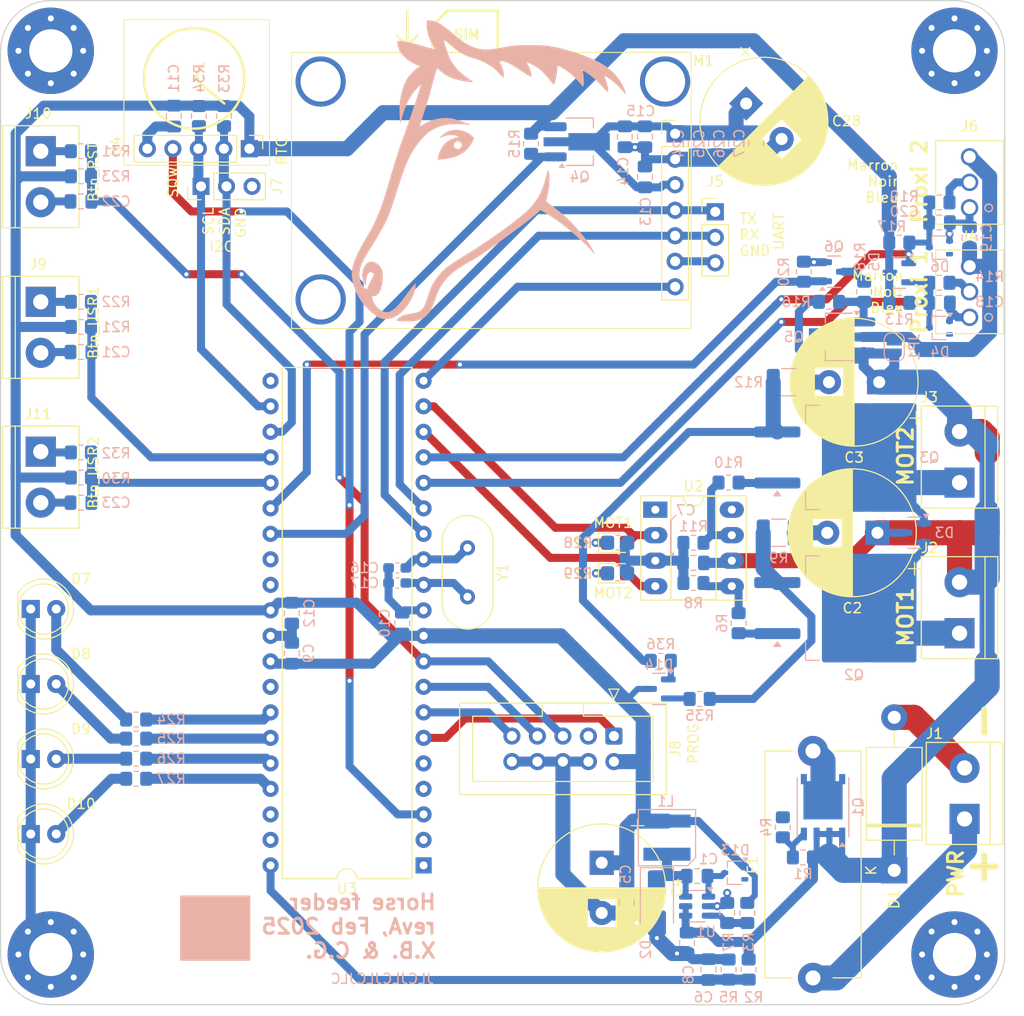
<source format=kicad_pcb>
(kicad_pcb (version 20240108) (generator "pcbnew") (generator_version "8.0")
  (layers (0 "F.Cu" signal) (31 "B.Cu" signal) (34 "B.Paste" user) (35 "F.Paste" user) (36 "B.SilkS" user "B.Silkscreen") (37 "F.SilkS" user "F.Silkscreen") (38 "B.Mask" user) (39 "F.Mask" user) (44 "Edge.Cuts" user))
  (net 0 "")
  (net 1 "+12V")
  (net 2 "GND")
  (net 3 "+5V")
  (net 4 "/Batt_mon")
  (net 5 "+5VP")
  (net 6 "/XTAL1")
  (net 7 "/XTAL2")
  (net 8 "/Proxi1")
  (net 9 "+12P")
  (net 10 "/Proxi2")
  (net 11 "/Btn_USR1")
  (net 12 "/RST")
  (net 13 "/Btn_USR2")
  (net 14 "/Mot1_D")
  (net 15 "/Mot2_D")
  (net 18 "Net-(D7-A)")
  (net 19 "Net-(D8-A)")
  (net 20 "Net-(D9-A)")
  (net 21 "Net-(D10-A)")
  (net 22 "Net-(J1-Pin_1)")
  (net 23 "/Vin")
  (net 24 "Net-(J4-Pin_2)")
  (net 25 "/SIM_TX")
  (net 26 "/SIM_RX")
  (net 27 "Net-(J6-Pin_2)")
  (net 28 "/RTC_SCL")
  (net 29 "/RTC_SDA")
  (net 30 "/SCK")
  (net 31 "/MOSI")
  (net 33 "/MISO")
  (net 34 "/SIM_RST")
  (net 35 "Net-(Q1-G)")
  (net 36 "/Mot2_I")
  (net 37 "/Mot2_G")
  (net 38 "/Mot1_I")
  (net 39 "/Mot1_G")
  (net 40 "/SIM_PWR")
  (net 41 "Net-(Q5-G)")
  (net 42 "Net-(Q6-D)")
  (net 43 "/Proxi_PWR")
  (net 44 "Net-(U2-OUT_A)")
  (net 45 "Net-(U2-OUT_B)")
  (net 46 "/LED_R")
  (net 47 "/LED_Y")
  (net 48 "/LED_G")
  (net 49 "/LED_B")
  (net 50 "/Mot1_PWM")
  (net 51 "/Mot2_PWM")
  (net 54 "/RTC_SQW")
  (net 63 "/5V_bst")
  (net 64 "/5V_sw")
  (net 65 "/5V_fb")
  (net 67 "Net-(J9-Pin_1)")
  (net 68 "Net-(J10-Pin_1)")
  (net 69 "Net-(J11-Pin_1)")
  (net 70 "Net-(D11-K)")
  (net 71 "Net-(D12-K)")
  (net 72 "/Mot1_Ip")
  (net 73 "/Mot2_Ip")
  (footprint "Capacitor_THT:CP_Radial_D12.5mm_P5.00mm" (layer "F.Cu") (at 192.323959 93 180)
    (property "Reference" "C2")
    (property "Value" "470u")
  )
  (footprint "Connector_PinHeader_2.54mm:PinHeader_1x03_P2.54mm_Vertical" (layer "F.Cu") (at 124.96 58.5 90)
    (property "Reference" "J7")
    (property "Value" "I2C")
  )
  (footprint "footprints:TerminalBlock_bornier-2_P5.08mm" (layer "F.Cu") (at 109 70 -90)
    (property "Reference" "J9")
    (property "Value" "Btn_USR1")
  )
  (footprint "footprints:SIM800L Blue" (layer "F.Cu") (at 172.175 53.26)
    (property "Reference" "M1")
    (property "Value" "SIM800L")
  )
  (footprint "MountingHole:MountingHole_4.3mm_M4_Pad_Via" (layer "F.Cu") (at 200 45)
    (property "Reference" "H4" (hide yes))
    (property "Value" "M4")
  )
  (footprint "LED_THT:LED_D5.0mm" (layer "F.Cu") (at 108 108.06)
    (property "Reference" "D8")
    (property "Value" "LED_Y")
  )
  (footprint "footprints:TerminalBlock_bornier-2_P5.08mm" (layer "F.Cu") (at 200.5 88 90)
    (property "Reference" "J3")
    (property "Value" "Moteur 1")
  )
  (footprint "footprints:TerminalBlock_bornier-2_P5.08mm" (layer "F.Cu") (at 200.5 103 90)
    (property "Reference" "J2")
    (property "Value" "Moteur 2")
  )
  (footprint "LED_THT:LED_D5.0mm" (layer "F.Cu") (at 108 115.53)
    (property "Reference" "D9")
    (property "Value" "LED_G")
  )
  (footprint "Fuse:Fuseholder_Cylinder-5x20mm_Stelvio-Kontek_PTF78_Horizontal_Open" (layer "F.Cu") (at 185.905 137.33 90)
    (property "Reference" "F1")
    (property "Value" "Fuse")
  )
  (footprint "LED_SMD:LED_0805_2012Metric" (layer "F.Cu") (at 166.230476 97.04)
    (property "Reference" "D12")
    (property "Value" "LED_M2")
  )
  (footprint "Crystal:Crystal_HC49-U_Vertical" (layer "F.Cu") (at 151.5 94.5 -90)
    (property "Reference" "Y1")
    (property "Value" "16MHz")
  )
  (footprint "footprints:282834-3" (layer "F.Cu") (at 201.5 60.6404 90)
    (property "Reference" "J6")
    (property "Value" "Proxi 2")
  )
  (footprint "Capacitor_THT:CP_Radial_D12.5mm_P5.00mm" (layer "F.Cu") (at 192.5 78 180)
    (property "Reference" "C3")
    (property "Value" "470u")
  )
  (footprint "Package_DIP:DIP-8_W7.62mm_Socket_LongPads" (layer "F.Cu") (at 170.2 90.7)
    (property "Reference" "U2")
    (property "Value" "MIC4427")
  )
  (footprint "Diode_THT:D_DO-201AE_P15.24mm_Horizontal" (layer "F.Cu") (at 194 126.62 90)
    (property "Reference" "D1")
    (property "Value" "1.5KExxA")
  )
  (footprint "Connector_IDC:IDC-Header_2x05_P2.54mm_Vertical" (layer "F.Cu") (at 166.08 113.2475 -90)
    (property "Reference" "J8")
    (property "Value" "PROG")
  )
  (footprint "LED_THT:LED_D5.0mm" (layer "F.Cu") (at 108 123)
    (property "Reference" "D10")
    (property "Value" "LED_B")
  )
  (footprint "footprints:TerminalBlock_bornier-2_P5.08mm" (layer "F.Cu") (at 109 84.92 -90)
    (property "Reference" "J11")
    (property "Value" "Btn_USR2")
  )
  (footprint "LED_SMD:LED_0805_2012Metric" (layer "F.Cu") (at 166.230476 94)
    (property "Reference" "D11")
    (property "Value" "LED_M1")
  )
  (footprint "footprints:TerminalBlock_bornier-2_P5.08mm" (layer "F.Cu") (at 109 55 -90)
    (property "Reference" "J10")
    (property "Value" "Btn_RST")
  )
  (footprint "Package_DIP:DIP-40_W15.24mm" (layer "F.Cu") (at 147.125 126.125 180)
    (property "Reference" "U3")
    (property "Value" "ATmega644PA-P")
  )
  (footprint "footprints:282834-3" (layer "F.Cu") (at 201.5 71.54 90)
    (property "Reference" "J4")
    (property "Value" "Proxi 1")
  )
  (footprint "footprints:TerminalBlock_bornier-2_P5.08mm" (layer "F.Cu") (at 201 121.5 90)
    (property "Reference" "J1")
    (property "Value" "PWR")
  )
  (footprint "Capacitor_THT:CP_Radial_D12.5mm_P5.00mm" (layer "F.Cu") (at 179.25 50.25 -45)
    (property "Reference" "C28")
    (property "Value" "470u")
  )
  (footprint "MountingHole:MountingHole_4.3mm_M4_Pad_Via" (layer "F.Cu") (at 110 45)
    (property "Reference" "H1" (hide yes))
    (property "Value" "M4")
  )
  (footprint "LED_THT:LED_D5.0mm" (layer "F.Cu") (at 108 100.59)
    (property "Reference" "D7")
    (property "Value" "LED_R")
  )
  (footprint "footprints:DS3231_RTC_module" (layer "F.Cu") (at 129.775 54.75 -90)
    (property "Reference" "U4")
    (property "Value" "RTC")
  )
  (footprint "Connector_PinHeader_2.54mm:PinHeader_1x03_P2.54mm_Vertical" (layer "F.Cu") (at 176.175 61.035)
    (property "Reference" "J5")
    (property "Value" "UART")
  )
  (footprint "Capacitor_THT:CP_Radial_D12.5mm_P5.00mm" (layer "F.Cu") (at 164.86302 125.86302 -90)
    (property "Reference" "C4")
    (property "Value" "470u")
  )
  (footprint "MountingHole:MountingHole_4.3mm_M4_Pad_Via" (layer "F.Cu") (at 200 135)
    (property "Reference" "H3" (hide yes))
    (property "Value" "M4")
  )
  (footprint "MountingHole:MountingHole_4.3mm_M4_Pad_Via" (layer "F.Cu") (at 110 135)
    (property "Reference" "H2" (hide yes))
    (property "Value" "M4")
  )
  (footprint "Package_TO_SOT_SMD:SOT-323_SC-70" (layer "B.Cu") (at 198.5 72.6004 180)
    (property "Reference" "D4")
    (property "Value" "BAT54W")
  )
  (footprint "Jumper:SolderJumper-2_P1.3mm_Open_RoundedPad1.0x1.5mm" (layer "B.Cu") (at 194 74.5 90)
    (property "Reference" "JP1")
    (property "Value" "Proxi_PWR")
  )
  (footprint "Resistor_SMD:R_0805_2012Metric_Pad1.20x1.40mm_HandSolder" (layer "B.Cu") (at 113 57.5)
    (property "Reference" "R23")
    (property "Value" "39k")
  )
  (footprint "Capacitor_SMD:C_0805_2012Metric_Pad1.18x1.45mm_HandSolder" (layer "B.Cu") (at 145 102 90)
    (property "Reference" "C10")
    (property "Value" "100n")
  )
  (footprint "Resistor_SMD:R_0805_2012Metric_Pad1.20x1.40mm_HandSolder" (layer "B.Cu") (at 166.5 93.99)
    (property "Reference" "R28")
    (property "Value" "470")
  )
  (footprint "Package_TO_SOT_SMD:TO-263-2" (layer "B.Cu") (at 190 100.5)
    (property "Reference" "Q2")
    (property "Value" "BUK766R060E")
  )
  (footprint "Capacitor_SMD:C_0805_2012Metric_Pad1.18x1.45mm_HandSolder" (layer "B.Cu") (at 198.5 70.1004)
    (property "Reference" "C18")
    (property "Value" "100n")
  )
  (footprint "Resistor_SMD:R_0805_2012Metric_Pad1.20x1.40mm_HandSolder" (layer "B.Cu") (at 194.5 64.1004)
    (property "Reference" "R17")
    (property "Value" "39k")
  )
  (footprint "Capacitor_SMD:C_0805_2012Metric_Pad1.18x1.45mm_HandSolder" (layer "B.Cu") (at 180.25 54.2125 -90)
    (property "Reference" "C27")
    (property "Value" "10u")
  )
  (footprint "Capacitor_SMD:C_0805_2012Metric_Pad1.18x1.45mm_HandSolder" (layer "B.Cu") (at 169.175 53.56 -90)
    (property "Reference" "C15")
    (property "Value" "10u")
  )
  (footprint "Package_TO_SOT_SMD:SOT-23" (layer "B.Cu") (at 188 67)
    (property "Reference" "Q6")
    (property "Value" "2N7002")
  )
  (footprint "Resistor_SMD:R_0805_2012Metric_Pad1.20x1.40mm_HandSolder" (layer "B.Cu") (at 170.75 105.75 180)
    (property "Reference" "R36")
    (property "Value" "470")
  )
  (footprint "Resistor_SMD:R_0805_2012Metric_Pad1.20x1.40mm_HandSolder" (layer "B.Cu") (at 194.5 70.1004)
    (property "Reference" "R13")
    (property "Value" "39k")
  )
  (footprint "Capacitor_SMD:C_0805_2012Metric_Pad1.18x1.45mm_HandSolder" (layer "B.Cu") (at 201.5 63.6004 90)
    (property "Reference" "C19")
    (property "Value" "100n")
  )
  (footprint "Resistor_SMD:R_0805_2012Metric_Pad1.20x1.40mm_HandSolder" (layer "B.Cu") (at 118.5 111.6 180)
    (property "Reference" "R24")
    (property "Value" "470")
  )
  (footprint "Package_TO_SOT_SMD:SOT-89-3_Handsoldering" (layer "B.Cu") (at 188.5 73.5 180)
    (property "Reference" "Q5")
    (property "Value" "VP3203")
  )
  (footprint "Resistor_SMD:R_0805_2012Metric_Pad1.20x1.40mm_HandSolder" (layer "B.Cu") (at 157.829762 54.255 -90)
    (property "Reference" "R15")
    (property "Value" "39k")
  )
  (footprint "Capacitor_SMD:C_0805_2012Metric_Pad1.18x1.45mm_HandSolder" (layer "B.Cu") (at 134 101 -90)
    (property "Reference" "C12")
    (property "Value" "100n")
  )
  (footprint "Resistor_SMD:R_0805_2012Metric_Pad1.20x1.40mm_HandSolder" (layer "B.Cu") (at 178.5 102 -90)
    (property "Reference" "R6")
    (property "Value" "22")
  )
  (footprint "Package_TO_SOT_SMD:SOT-23" (layer "B.Cu") (at 194.5 67.1004 180)
    (property "Reference" "D5")
    (property "Value" "BAT54C")
  )
  (footprint "Package_TO_SOT_SMD:TO-263-2" (layer "B.Cu") (at 190 85.5)
    (property "Reference" "Q3")
    (property "Value" "BUK766R060E")
  )
  (footprint "Capacitor_SMD:C_0805_2012Metric_Pad1.18x1.45mm_HandSolder" (layer "B.Cu") (at 169.175 57.56 90)
    (property "Reference" "C13")
    (property "Value" "100n")
  )
  (footprint "Resistor_SMD:R_0805_2012Metric_Pad1.20x1.40mm_HandSolder" (layer "B.Cu") (at 177.36302 130.86302 -90)
    (property "Reference" "R7")
    (property "Value" "7k5")
  )
  (footprint "Resistor_SMD:R_0805_2012Metric_Pad1.20x1.40mm_HandSolder" (layer "B.Cu") (at 184.905 125.33)
    (property "Reference" "R1")
    (property "Value" "39k")
  )
  (footprint "Capacitor_SMD:C_0805_2012Metric_Pad1.18x1.45mm_HandSolder" (layer "B.Cu") (at 198.5 62.1004)
    (property "Reference" "C20")
    (property "Value" "100n")
  )
  (footprint "Resistor_SMD:R_0805_2012Metric_Pad1.20x1.40mm_HandSolder" (layer "B.Cu") (at 113 87.5)
    (property "Reference" "R30")
    (property "Value" "39k")
  )
  (footprint "Package_TO_SOT_SMD:SOT-323_SC-70" (layer "B.Cu") (at 198.5 64.6004 180)
    (property "Reference" "D6")
    (property "Value" "BAT54W")
  )
  (footprint "Resistor_SMD:R_0805_2012Metric_Pad1.20x1.40mm_HandSolder" (layer "B.Cu") (at 127.25 51.5 -90)
    (property "Reference" "R33")
    (property "Value" "1k96")
  )
  (footprint "Package_TO_SOT_SMD:SOT-23" (layer "B.Cu") (at 196 93 180)
    (property "Reference" "D3")
    (property "Value" "BAT54C")
  )
  (footprint "Capacitor_SMD:C_0805_2012Metric_Pad1.18x1.45mm_HandSolder" (layer "B.Cu") (at 113 90 180)
    (property "Reference" "C23")
    (property "Value" "100n")
  )
  (footprint "Diode_SMD:D_SMA" (layer "B.Cu") (at 170.36302 129.86302 -90)
    (property "Reference" "D2")
    (property "Value" "SS14")
  )
  (footprint "Capacitor_SMD:C_0805_2012Metric_Pad1.18x1.45mm_HandSolder" (layer "B.Cu") (at 174 96 180)
    (property "Reference" "C7")
    (property "Value" "100n")
  )
  (footprint "Resistor_SMD:R_0805_2012Metric_Pad1.20x1.40mm_HandSolder" (layer "B.Cu") (at 198.5 60.1004 180)
    (property "Reference" "R19")
    (property "Value" "470")
  )
  (footprint "Capacitor_SMD:C_0805_2012Metric_Pad1.18x1.45mm_HandSolder" (layer "B.Cu") (at 175.5 136.5 90)
    (property "Reference" "C6")
    (property "Value" "100n")
  )
  (footprint "Package_TO_SOT_SMD:SOT-89-3_Handsoldering" (layer "B.Cu") (at 162.675 54.06)
    (property "Reference" "Q4")
    (property "Value" "VP3203")
  )
  (footprint "Resistor_SMD:R_0805_2012Metric_Pad1.20x1.40mm_HandSolder" (layer "B.Cu") (at 124.75 51.5 -90)
    (property "Reference" "R34")
    (property "Value" "1k96")
  )
  (footprint "Package_SO:PowerPAK_SO-8_Single" (layer "B.Cu") (at 186.905 120.33 90)
    (property "Reference" "Q1")
    (property "Value" "Si7155DP")
  )
  (footprint "Resistor_SMD:R_0805_2012Metric_Pad1.20x1.40mm_HandSolder" (layer "B.Cu") (at 191 69 -90)
    (property "Reference" "R18")
    (property "Value" "39k")
  )
  (footprint "Capacitor_SMD:C_0603_1608Metric_Pad1.08x0.95mm_HandSolder" (layer "B.Cu") (at 144.5 98 180)
    (property "Reference" "C17")
    (property "Value" "22p")
  )
  (footprint "Resistor_SMD:R_0805_2012Metric_Pad1.20x1.40mm_HandSolder" (layer "B.Cu") (at 187.5 70)
    (property "Reference" "R16")
    (property "Value" "39k")
  )
  (footprint "Resistor_SMD:R_0805_2012Metric_Pad1.20x1.40mm_HandSolder" (layer "B.Cu") (at 182.905 122.33 -90)
    (property "Reference" "R4")
    (property "Value" "39k")
  )
  (footprint "Resistor_SMD:R_0805_2012Metric_Pad1.20x1.40mm_HandSolder" (layer "B.Cu") (at 118.5 113.5 180)
    (property "Reference" "R25")
    (property "Value" "470")
  )
  (footprint "Package_TO_SOT_SMD:SOT-323_SC-70" (layer "B.Cu") (at 178.11302 126.86302 180)
    (property "Reference" "D13")
    (property "Value" "BAT54W")
  )
  (footprint "Resistor_SMD:R_0805_2012Metric_Pad1.20x1.40mm_HandSolder" (layer "B.Cu") (at 185 67 90)
    (property "Reference" "R20")
    (property "Value" "39k")
  )
  (footprint "Resistor_SMD:R_0805_2012Metric_Pad1.20x1.40mm_HandSolder" (layer "B.Cu") (at 198.5 68.1004 180)
    (property "Reference" "R14")
    (property "Value" "470")
  )
  (footprint "Capacitor_SMD:C_0805_2012Metric_Pad1.18x1.45mm_HandSolder" (layer "B.Cu") (at 167.36302 129.82552 -90)
    (property "Reference" "C5")
    (property "Value" "100n")
  )
  (footprint "Capacitor_SMD:C_0805_2012Metric_Pad1.18x1.45mm_HandSolder" (layer "B.Cu") (at 167.165 53.56 -90)
    (property "Reference" "C14")
    (property "Value" "10u")
  )
  (footprint "footprints:LPC4545" (layer "B.Cu") (at 171.36302 123.36302 180)
    (property "Reference" "L1")
    (property "Value" "100u")
  )
  (footprint "Capacitor_SMD:C_0805_2012Metric_Pad1.18x1.45mm_HandSolder" (layer "B.Cu") (at 113 60 180)
    (property "Reference" "C22")
    (property "Value" "100n")
  )
  (footprint "Capacitor_SMD:C_0805_2012Metric_Pad1.18x1.45mm_HandSolder" (layer "B.Cu") (at 122.25 51.5 -90)
    (property "Reference" "C11")
    (property "Value" "100n")
  )
  (footprint "Package_TO_SOT_SMD:SOT-23-6" (layer "B.Cu") (at 174.36302 130.186979 180)
    (property "Reference" "U1")
    (property "Value" "MCP16301x-xCH")
  )
  (footprint "Resistor_SMD:R_0805_2012Metric_Pad1.20x1.40mm_HandSolder" (layer "B.Cu") (at 177.5 88)
    (property "Reference" "R10")
    (property "Value" "22")
  )
  (footprint "Resistor_SMD:R_0805_2012Metric_Pad1.20x1.40mm_HandSolder" (layer "B.Cu") (at 177.5 136.5 -90)
    (property "Reference" "R5")
    (property "Value" "10k")
  )
  (footprint "Resistor_SMD:R_1210_3225Metric_Pad1.30x2.65mm_HandSolder" (layer "B.Cu") (at 182.5 93)
    (property "Reference" "R9")
    (property "Value" "0R2")
  )
  (footprint "Capacitor_SMD:C_0805_2012Metric_Pad1.18x1.45mm_HandSolder" (layer "B.Cu") (at 178.25 54.25 -90)
    (property "Reference" "C26")
    (property "Value" "10u")
  )
  (footprint "Capacitor_SMD:C_0805_2012Metric_Pad1.18x1.45mm_HandSolder" (layer "B.Cu") (at 173.36302 133.86302 -90)
    (property "Reference" "C8")
    (property "Value" "100n")
  )
  (footprint "Capacitor_SMD:C_0805_2012Metric_Pad1.18x1.45mm_HandSolder" (layer "B.Cu") (at 174.36302 127.186979 180)
    (property "Reference" "C1")
    (property "Value" "100n")
  )
  (footprint "Resistor_SMD:R_0805_2012Metric_Pad1.20x1.40mm_HandSolder" (layer "B.Cu") (at 113 85)
    (property "Reference" "R32")
    (property "Value" "470")
  )
  (footprint "Package_TO_SOT_SMD:SOT-23" (layer "B.Cu") (at 170.5625 108.55 180)
    (property "Reference" "D14")
    (property "Value" "BAT54C")
  )
  (footprint "Resistor_SMD:R_1210_3225Metric_Pad1.30x2.65mm_HandSolder" (layer "B.Cu") (at 183.5 78)
    (property "Reference" "R12")
    (property "Value" "0R2")
  )
  (footprint "Capacitor_SMD:C_0805_2012Metric_Pad1.18x1.45mm_HandSolder" (layer "B.Cu") (at 176.25 54.25 -90)
    (property "Reference" "C25")
    (property "Value" "10u")
  )
  (footprint "Resistor_SMD:R_0805_2012Metric_Pad1.20x1.40mm_HandSolder" (layer "B.Cu") (at 174 98 180)
    (property "Reference" "R8")
    (property "Value" "39k")
  )
  (footprint "Resistor_SMD:R_0805_2012Metric_Pad1.20x1.40mm_HandSolder" (layer "B.Cu") (at 113 72.5)
    (property "Reference" "R21")
    (property "Value" "39k")
  )
  (footprint "Capacitor_SMD:C_0805_2012Metric_Pad1.18x1.45mm_HandSolder" (layer "B.Cu") (at 134 105 90)
    (property "Reference" "C9")
    (property "Value" "100n")
  )
  (footprint "Capacitor_SMD:C_0805_2012Metric_Pad1.18x1.45mm_HandSolder" (layer "B.Cu") (at 113 75 180)
    (property "Reference" "C21")
    (property "Value" "100n")
  )
  (footprint "Resistor_SMD:R_0805_2012Metric_Pad1.20x1.40mm_HandSolder" (layer "B.Cu") (at 174 94 180)
    (property "Reference" "R11")
    (property "Value" "39k")
  )
  (footprint "Resistor_SMD:R_0805_2012Metric_Pad1.20x1.40mm_HandSolder" (layer "B.Cu") (at 174.625 109.55)
    (property "Reference" "R35")
    (property "Value" "470")
  )
  (footprint "Resistor_SMD:R_0805_2012Metric_Pad1.20x1.40mm_HandSolder" (layer "B.Cu") (at 166.5 97.04)
    (property "Reference" "R29")
    (property "Value" "470")
  )
  (footprint "Resistor_SMD:R_0805_2012Metric_Pad1.20x1.40mm_HandSolder" (layer "B.Cu") (at 118.5 117.5 180)
    (property "Reference" "R27")
    (property "Value" "470")
  )
  (footprint "Resistor_SMD:R_0805_2012Metric_Pad1.20x1.40mm_HandSolder" (layer "B.Cu") (at 118.5 115.5 180)
    (property "Reference" "R26")
    (property "Value" "470")
  )
  (footprint "Resistor_SMD:R_0805_2012Metric_Pad1.20x1.40mm_HandSolder" (layer "B.Cu") (at 179.36302 130.86302 90)
    (property "Reference" "R3")
    (property "Value" "39k")
  )
  (footprint "Capacitor_SMD:C_0805_2012Metric_Pad1.18x1.45mm_HandSolder" (layer "B.Cu") (at 174.22 54.25 -90)
    (property "Reference" "C24")
    (property "Value" "10u")
  )
  (footprint "Resistor_SMD:R_0805_2012Metric_Pad1.20x1.40mm_HandSolder" (layer "B.Cu") (at 179.5 136.5 90)
    (property "Reference" "R2")
    (property "Value" "39k")
  )
  (footprint "Resistor_SMD:R_0805_2012Metric_Pad1.20x1.40mm_HandSolder" (layer "B.Cu") (at 113 70)
    (property "Reference" "R22")
    (property "Value" "470")
  )
  (footprint "Resistor_SMD:R_0805_2012Metric_Pad1.20x1.40mm_HandSolder" (layer "B.Cu") (at 113 55)
    (property "Reference" "R31")
    (property "Value" "470")
  )
  (footprint "Capacitor_SMD:C_0603_1608Metric_Pad1.08x0.95mm_HandSolder" (layer "B.Cu") (at 144.5 96.5 180)
    (property "Reference" "C16")
    (property "Value" "22p")
  )
  (gr_poly (pts (xy 147.663488 41.965966) (xy 147.794666 41.976649) (xy 147.923947 41.994682) (xy 148.052493 42.020717) (xy 148.181462 42.055406) (xy 148.312016 42.099401) (xy 148.445315 42.153355) (xy 148.582517 42.217921) (xy 148.724784 42.29375) (xy 148.873276 42.381495) (xy 149.029153 42.481809) (xy 149.193574 42.595343) (xy 149.3677 42.722751) (xy 149.552691 42.864684) (xy 149.749706 43.021795) (xy 149.959908 43.194736) (xy 150.184454 43.38416) (xy 150.518035 43.664132) (xy 150.808473 43.896847) (xy 150.94092 43.99762) (xy 151.066669 44.089144) (xy 151.187084 44.172275) (xy 151.303527 44.247867) (xy 151.41736 44.316776) (xy 151.529948 44.379856) (xy 151.642652 44.437963) (xy 151.756835 44.491953) (xy 151.87386 44.542679) (xy 151.995091 44.590998) (xy 152.12189 44.637765) (xy 152.255619 44.683835) (xy 152.394932 44.727631) (xy 152.533727 44.7655) (xy 152.672993 44.797437) (xy 152.81372 44.823436) (xy 152.956897 44.843494) (xy 153.103513 44.857605) (xy 153.254558 44.865764) (xy 153.411021 44.867966) (xy 153.573892 44.864207) (xy 153.74416 44.854482) (xy 153.922815 44.838785) (xy 154.110845 44.817113) (xy 154.309241 44.789459) (xy 154.518992 44.755819) (xy 154.741088 44.716189) (xy 154.976516 44.670563) (xy 155.355114 44.596076) (xy 155.671697 44.538847) (xy 155.951904 44.496642) (xy 156.086377 44.480475) (xy 156.221371 44.467225) (xy 156.36009 44.456614) (xy 156.505738 44.448362) (xy 156.830643 44.437816) (xy 157.221723 44.433352) (xy 157.704616 44.432736) (xy 158.430358 44.436714) (xy 158.698223 44.441946) (xy 158.921502 44.45027) (xy 159.114261 44.462384) (xy 159.290561 44.478984) (xy 159.464467 44.500768) (xy 159.650043 44.528435) (xy 160.01688 44.591599) (xy 160.392339 44.66669) (xy 160.774002 44.752854) (xy 161.159452 44.849235) (xy 161.932043 45.069228) (xy 162.690771 45.319831) (xy 163.416298 45.594203) (xy 163.760567 45.738164) (xy 164.089284 45.885503) (xy 164.40003 46.035363) (xy 164.690389 46.186891) (xy 164.957943 46.339231) (xy 165.200275 46.491528) (xy 165.391941 46.625282) (xy 165.578157 46.768118) (xy 165.758276 46.919174) (xy 165.931655 47.077586) (xy 166.09765 47.242492) (xy 166.255615 47.413029) (xy 166.404905 47.588333) (xy 166.544877 47.767541) (xy 166.674886 47.949791) (xy 166.794286 48.134219) (xy 166.902434 48.319963) (xy 166.998685 48.506159) (xy 167.082394 48.691945) (xy 167.152916 48.876457) (xy 167.209608 49.058833) (xy 167.251823 49.238209) (xy 167.281093 49.387761) (xy 167.119865 49.195489) (xy 166.990367 49.04614) (xy 166.842243 48.883924) (xy 166.68177 48.715108) (xy 166.515228 48.545959) (xy 166.348893 48.382746) (xy 166.189043 48.231737) (xy 166.041956 48.099198) (xy 165.91391 47.991398) (xy 165.855381 47.945485) (xy 165.795036 47.90003) (xy 165.671714 47.812152) (xy 165.549567 47.731076) (xy 165.434219 47.660113) (xy 165.331296 47.602575) (xy 165.286251 47.579874) (xy 165.24642 47.561771) (xy 165.212509 47.54868) (xy 165.185218 47.541014) (xy 165.165252 47.539187) (xy 165.158235 47.540593) (xy 165.153312 47.543614) (xy 165.152361 47.54482) (xy 165.151594 47.546342) (xy 165.151007 47.548171) (xy 165.150598 47.550298) (xy 165.150364 47.552713) (xy 165.150302 47.555406) (xy 165.150683 47.56159) (xy 165.151715 47.568773) (xy 165.153376 47.576881) (xy 165.155642 47.585836) (xy 165.158489 47.595563) (xy 165.161894 47.605985) (xy 165.165832 47.617027) (xy 165.17028 47.628612) (xy 165.175215 47.640665) (xy 165.180612 47.653109) (xy 165.186448 47.665868) (xy 165.192698 47.678867) (xy 165.199341 47.692029) (xy 165.217121 47.729594) (xy 165.236576 47.776391) (xy 165.2792 47.893068) (xy 165.324589 48.032829) (xy 165.370119 48.186444) (xy 165.413169 48.344681) (xy 165.451115 48.49831) (xy 165.481333 48.638101) (xy 165.492725 48.699922) (xy 165.501201 48.754822) (xy 165.504342 48.779849) (xy 165.50692 48.804395) (xy 165.508938 48.828381) (xy 165.510401 48.851731) (xy 165.511311 48.874366) (xy 165.511674 48.896208) (xy 165.511493 48.917181) (xy 165.510771 48.937204) (xy 165.509513 48.956202) (xy 165.507722 48.974096) (xy 165.505403 48.990808) (xy 165.502559 49.006261) (xy 165.499194 49.020376) (xy 165.495312 49.033075) (xy 165.490916 49.044282) (xy 165.486011 49.053917) (xy 165.482228 49.060006) (xy 165.478323 49.065415) (xy 165.474245 49.070106) (xy 165.472125 49.072169) (xy 165.469942 49.074036) (xy 165.467689 49.075703) (xy 165.46536 49.077165) (xy 165.462948 49.078415) (xy 165.460447 49.07945) (xy 165.45785 49.080264) (xy 165.45515 49.080852) (xy 165.452342 49.081209) (xy 165.449418 49.081329) (xy 165.446371 49.081208) (xy 165.443196 49.080839) (xy 165.439886 49.080219) (xy 165.436434 49.079342) (xy 165.432834 49.078203) (xy 165.429078 49.076797) (xy 165.425161 49.075118) (xy 165.421076 49.073162) (xy 165.412375 49.068395) (xy 165.402923 49.062457) (xy 165.392667 49.055305) (xy 165.381554 49.046899) (xy 165.369533 49.037198) (xy 165.35655 49.02616) (xy 165.342553 49.013743) (xy 165.32749 48.999908) (xy 165.311307 48.984613) (xy 165.293953 48.967816) (xy 165.275375 48.949476) (xy 165.255519 48.929553) (xy 165.211769 48.884791) (xy 165.162281 48.8332) (xy 165.106635 48.774451) (xy 165.04441 48.708214) (xy 164.758665 48.405248) (xy 164.516789 48.154146) (xy 164.309482 47.946363) (xy 164.127442 47.773355) (xy 163.961367 47.626576) (xy 163.881409 47.560352) (xy 163.801954 47.497481) (xy 163.639903 47.377525) (xy 163.465912 47.258164) (xy 163.273463 47.13109) (xy 163.112749 47.027029) (xy 163.000575 46.956717) (xy 162.967942 46.937573) (xy 162.953747 46.930893) (xy 162.952784 46.931271) (xy 162.952029 46.93239) (xy 162.951477 46.934232) (xy 162.951125 46.93678) (xy 162.951007 46.943917) (xy 162.951646 46.953651) (xy 162.953015 46.965837) (xy 162.955087 46.980325) (xy 162.957832 46.996967) (xy 162.961224 47.015616) (xy 162.969835 47.058344) (xy 162.980696 47.107325) (xy 162.993584 47.161377) (xy 163.008278 47.219315) (xy 163.026974 47.301653) (xy 163.0431 47.394014) (xy 163.056664 47.494283) (xy 163.067674 47.600344) (xy 163.08206 47.821376) (xy 163.086322 48.040181) (xy 163.084675 48.143459) (xy 163.080521 48.239832) (xy 163.073868 48.327183) (xy 163.064722 48.403398) (xy 163.053092 48.46636) (xy 163.038986 48.513953) (xy 163.031007 48.531324) (xy 163.022411 48.54406) (xy 163.013201 48.551895) (xy 163.003376 48.554566) (xy 163.001419 48.554161) (xy 162.99882 48.552959) (xy 162.991769 48.548243) (xy 162.982371 48.540578) (xy 162.970775 48.530123) (xy 162.957129 48.517035) (xy 162.941581 48.501474) (xy 162.92428 48.483599) (xy 162.905374 48.463569) (xy 162.863342 48.417677) (xy 162.81667 48.36507) (xy 162.766548 48.307017) (xy 162.714161 48.24479) (xy 162.565137 48.070996) (xy 162.410617 47.901236) (xy 162.251884 47.736727) (xy 162.090221 47.578688) (xy 161.926911 47.428336) (xy 161.763236 47.286888) (xy 161.681663 47.219884) (xy 161.60048 47.155562) (xy 161.519848 47.094076) (xy 161.439926 47.035576) (xy 161.280996 46.925616) (xy 161.12258 46.823136) (xy 160.970022 46.730985) (xy 160.828665 46.652012) (xy 160.703855 46.589067) (xy 160.649324 46.564496) (xy 160.600935 46.545) (xy 160.559354 46.530936) (xy 160.525249 46.522659) (xy 160.49929 46.520527) (xy 160.489573 46.521876) (xy 160.482143 46.524895) (xy 160.47995 46.52654) (xy 160.477783 46.528738) (xy 160.475646 46.531474) (xy 160.473542 46.534732) (xy 160.471472 46.538497) (xy 160.46944 46.542751) (xy 160.465502 46.552666) (xy 160.461749 46.564351) (xy 160.458204 46.577677) (xy 160.454888 46.592518) (xy 160.451824 46.608746) (xy 160.449035 46.626232) (xy 160.446542 46.644851) (xy 160.444369 46.664474) (xy 160.442536 46.684974) (xy 160.441067 46.706224) (xy 160.439984 46.728095) (xy 160.439309 46.750461) (xy 160.439064 46.773194) (xy 160.436223 46.866517) (xy 160.428208 46.973474) (xy 160.398965 47.217437) (xy 160.355956 47.483388) (xy 160.3038 47.749633) (xy 160.247118 47.994478) (xy 160.190532 48.196227) (xy 160.163718 48.274161) (xy 160.138661 48.333186) (xy 160.115938 48.370589) (xy 160.105632 48.380336) (xy 160.096126 48.38366) (xy 160.09405 48.383115) (xy 160.091139 48.381499) (xy 160.082905 48.375157) (xy 160.071612 48.364849) (xy 160.057447 48.350788) (xy 160.040596 48.333187) (xy 160.021248 48.31226) (xy 159.975806 48.261284) (xy 159.922618 48.199567) (xy 159.863182 48.128818) (xy 159.798994 48.050747) (xy 159.731552 47.967061) (xy 159.520073 47.70647) (xy 159.330461 47.483479) (xy 159.24166 47.383985) (xy 159.155691 47.291373) (xy 159.071677 47.204803) (xy 158.988738 47.123436) (xy 158.905997 47.046432) (xy 158.822575 46.972951) (xy 158.737595 46.902156) (xy 158.650177 46.833205) (xy 158.559445 46.76526) (xy 158.464519 46.697481) (xy 158.364522 46.629029) (xy 158.258575 46.559064) (xy 158.21 46.52891) (xy 158.153983 46.49657) (xy 158.02546 46.427937) (xy 157.884681 46.35837) (xy 157.74332 46.293074) (xy 157.613051 46.237255) (xy 157.505548 46.196117) (xy 157.463982 46.18268) (xy 157.432485 46.174866) (xy 157.412517 46.173325) (xy 157.407312 46.17511) (xy 157.405536 46.178708) (xy 157.40652 46.182226) (xy 157.409406 46.189279) (xy 157.420494 46.213226) (xy 157.438023 46.24902) (xy 157.461213 46.295133) (xy 157.521464 46.412204) (xy 157.595016 46.552212) (xy 157.639232 46.638974) (xy 157.680842 46.727232) (xy 157.719599 46.816008) (xy 157.755256 46.904323) (xy 157.787567 46.991199) (xy 157.816287 47.075655) (xy 157.841167 47.156714) (xy 157.861963 47.233396) (xy 157.878427 47.304722) (xy 157.890314 47.369715) (xy 157.897376 47.427394) (xy 157.899368 47.476781) (xy 157.896042 47.516897) (xy 157.892309 47.533173) (xy 157.887153 47.546764) (xy 157.880546 47.557547) (xy 157.872455 47.565401) (xy 157.86285 47.570203) (xy 157.8517 47.571831) (xy 157.839881 47.571194) (xy 157.82653 47.569277) (xy 157.795192 47.561583) (xy 157.757601 47.548701) (xy 157.713674 47.530582) (xy 157.663326 47.507177) (xy 157.606472 47.478439) (xy 157.54303 47.444319) (xy 157.472914 47.404768) (xy 157.396041 47.359738) (xy 157.312326 47.309181) (xy 157.221685 47.253049) (xy 157.124034 47.191292) (xy 156.907366 47.050712) (xy 156.661648 46.887055) (xy 156.362159 46.689519) (xy 156.093326 46.521044) (xy 155.852456 46.380288) (xy 155.741666 46.319885) (xy 155.636856 46.265907) (xy 155.537691 46.218188) (xy 155.443834 46.17656) (xy 155.354949 46.140854) (xy 155.270697 46.110903) (xy 155.190744 46.086538) (xy 155.114752 46.067593) (xy 155.042385 46.053899) (xy 154.973306 46.045289) (xy 154.92115 46.041218) (xy 154.872492 46.038709) (xy 154.828398 46.037728) (xy 154.789932 46.038238) (xy 154.758161 46.040204) (xy 154.745119 46.041723) (xy 154.734149 46.043592) (xy 154.725385 46.045808) (xy 154.71896 46.048365) (xy 154.715008 46.051261) (xy 154.714 46.052834) (xy 154.713661 46.05449) (xy 154.714427 46.059505) (xy 154.716674 46.067707) (xy 154.725308 46.092933) (xy 154.738958 46.128695) (xy 154.757018 46.173518) (xy 154.77888 46.225926) (xy 154.80394 46.284446) (xy 154.831591 46.347603) (xy 154.861227 46.413922) (xy 154.930061 46.573742) (xy 154.960677 46.650701) (xy 154.988729 46.725565) (xy 155.01419 46.798239) (xy 155.037039 46.86863) (xy 155.05725 46.936642) (xy 155.074801 47.00218) (xy 155.089665 47.065149) (xy 155.101821 47.125454) (xy 155.111244 47.183001) (xy 155.11791 47.237695) (xy 155.121795 47.28944) (xy 155.122875 47.338142) (xy 155.121127 47.383706) (xy 155.116525 47.426037) (xy 155.111386 47.457694) (xy 155.105546 47.488451) (xy 155.099099 47.518084) (xy 155.09214 47.546369) (xy 155.084762 47.573082) (xy 155.077058 47.597997) (xy 155.069121 47.62089) (xy 155.061047 47.641538) (xy 155.052927 47.659714) (xy 155.044856 47.675196) (xy 155.036927 47.687758) (xy 155.029234 47.697176) (xy 155.02187 47.703225) (xy 155.018341 47.704917) (xy 155.014929 47.705682) (xy 155.011647 47.705493) (xy 155.008505 47.704321) (xy 155.005516 47.702139) (xy 155.002691 47.698918) (xy 154.861988 47.513993) (xy 154.717193 47.338749) (xy 154.567789 47.172847) (xy 154.413259 47.015948) (xy 154.253089 46.867716) (xy 154.086763 46.72781) (xy 153.913763 46.595895) (xy 153.733575 46.471631) (xy 153.545682 46.35468) (xy 153.349568 46.244703) (xy 153.144717 46.141364) (xy 152.930613 46.044323) (xy 152.706741 45.953243) (xy 152.472584 45.867785) (xy 152.227626 45.787611) (xy 151.971351 45.712384) (xy 151.833137 45.671884) (xy 151.698312 45.628086) (xy 151.566414 45.580722) (xy 151.436977 45.529523) (xy 151.309536 45.47422) (xy 151.183628 45.414545) (xy 151.058787 45.350228) (xy 150.934548 45.281002) (xy 150.810448 45.206597) (xy 150.686022 45.126745) (xy 150.560805 45.041178) (xy 150.434332 44.949625) (xy 150.306139 44.85182) (xy 150.175761 44.747492) (xy 150.042734 44.636374) (xy 149.906593 44.518197) (xy 149.774382 44.403307) (xy 149.645769 44.29513) (xy 149.524707 44.196685) (xy 149.415153 44.110997) (xy 149.321063 44.041086) (xy 149.246391 43.989975) (xy 149.217573 43.972414) (xy 149.195093 43.960687) (xy 149.179446 43.95517) (xy 149.174339 43.954859) (xy 149.171125 43.956242) (xy 149.166898 43.965631) (xy 149.16548 43.982182) (xy 149.170562 44.035191) (xy 149.18534 44.112118) (xy 149.208787 44.209814) (xy 149.277565 44.454907) (xy 149.368661 44.745266) (xy 149.473841 45.055684) (xy 149.584869 45.360959) (xy 149.693511 45.635884) (xy 149.744364 45.75409) (xy 149.791532 45.855256) (xy 149.856676 45.980001) (xy 149.930009 46.105812) (xy 150.011225 46.232367) (xy 150.100019 46.359345) (xy 150.196084 46.486426) (xy 150.299114 46.613289) (xy 150.408803 46.739612) (xy 150.524846 46.865075) (xy 150.646937 46.989358) (xy 150.774769 47.112139) (xy 150.908037 47.233097) (xy 151.046434 47.351912) (xy 151.189656 47.468262) (xy 151.337395 47.581828) (xy 151.489346 47.692288) (xy 151.645202 47.799321) (xy 151.821309 47.918882) (xy 151.897419 47.972089) (xy 151.963155 48.019162) (xy 152.016709 48.058785) (xy 152.056272 48.089644) (xy 152.080035 48.110425) (xy 152.085426 48.116625) (xy 152.0864 48.118606) (xy 152.086189 48.119813) (xy 152.080332 48.122621) (xy 152.069461 48.124537) (xy 152.033706 48.12583) (xy 151.980978 48.123962) (xy 151.91333 48.119203) (xy 151.741484 48.102098) (xy 151.534593 48.076679) (xy 151.309081 48.04511) (xy 151.081372 48.009557) (xy 150.867891 47.972183) (xy 150.685062 47.935155) (xy 150.536311 47.900012) (xy 150.391777 47.861885) (xy 150.251418 47.82075) (xy 150.11519 47.776588) (xy 149.983051 47.729378) (xy 149.854958 47.679098) (xy 149.730869 47.625727) (xy 149.610739 47.569245) (xy 149.494528 47.509631) (xy 149.382191 47.446863) (xy 149.273686 47.380921) (xy 149.16897 47.311784) (xy 149.068 47.23943) (xy 148.970734 47.163839) (xy 148.877128 47.08499) (xy 148.78714 47.002862) (xy 148.714835 46.93541) (xy 148.651161 46.878604) (xy 148.622597 46.854219) (xy 148.596233 46.832525) (xy 148.572084 46.813533) (xy 148.550164 46.797254) (xy 148.530487 46.783696) (xy 148.513067 46.772872) (xy 148.497919 46.76479) (xy 148.485056 46.75946) (xy 148.474493 46.756894) (xy 148.470079 46.75665) (xy 148.466244 46.7571) (xy 148.462992 46.758247) (xy 148.460323 46.76009) (xy 148.45824 46.762632) (xy 148.456745 46.765873) (xy 148.33524 47.164584) (xy 148.158743 47.780533) (xy 147.975273 48.443178) (xy 147.832845 48.981972) (xy 147.740901 49.325141) (xy 147.621954 49.738343) (xy 147.491372 50.169577) (xy 147.364525 50.566838) (xy 147.10333 51.369411) (xy 146.914072 51.976138) (xy 146.848532 52.199047) (xy 146.803511 52.36458) (xy 146.779855 52.469932) (xy 146.776302 52.499164) (xy 146.778408 52.512299) (xy 146.779811 52.51323) (xy 146.78174 52.513759) (xy 146.78418 52.513893) (xy 146.787116 52.513641) (xy 146.790533 52.513011) (xy 146.794417 52.512012) (xy 146.803524 52.508937) (xy 146.814318 52.504483) (xy 146.82668 52.498716) (xy 146.840492 52.491702) (xy 146.855635 52.483508) (xy 146.871989 52.4742) (xy 146.889436 52.463843) (xy 146.907857 52.452504) (xy 146.927133 52.44025) (xy 146.947145 52.427146) (xy 146.967775 52.413259) (xy 146.988903 52.398655) (xy 147.01041 52.383401) (xy 147.156353 52.285362) (xy 147.311642 52.193892) (xy 147.475239 52.109223) (xy 147.646105 52.031591) (xy 147.8232 51.961231) (xy 148.005486 51.898377) (xy 148.191922 51.843263) (xy 148.38147 51.796125) (xy 148.573092 51.757196) (xy 148.765747 51.726712) (xy 148.958396 51.704907) (xy 149.150001 51.692017) (xy 149.339522 51.688274) (xy 149.52592 51.693915) (xy 149.708156 51.709173) (xy 149.885191 51.734284) (xy 150.074346 51.773708) (xy 150.301448 51.831607) (xy 150.551783 51.903225) (xy 150.81064 51.983806) (xy 151.063307 52.068596) (xy 151.295072 52.152838) (xy 151.491222 52.231778) (xy 151.571345 52.267773) (xy 151.637047 52.30066) (xy 151.829324 52.404088) (xy 151.655142 52.381459) (xy 151.336346 52.344413) (xy 151.029208 52.317655) (xy 150.733325 52.301255) (xy 150.448293 52.295283) (xy 150.173709 52.299808) (xy 149.909169 52.3149) (xy 149.65427 52.340629) (xy 149.408607 52.377064) (xy 149.171778 52.424277) (xy 148.94338 52.482335) (xy 148.723007 52.55131) (xy 148.510257 52.631271) (xy 148.304727 52.722288) (xy 148.106013 52.82443) (xy 147.91371 52.937768) (xy 147.727417 53.062371) (xy 147.633465 53.132716) (xy 147.53464 53.213536) (xy 147.431742 53.303916) (xy 147.325574 53.402942) (xy 147.216936 53.5097) (xy 147.10663 53.623275) (xy 146.995458 53.742753) (xy 146.88422 53.867219) (xy 146.773718 53.995759) (xy 146.664754 54.127459) (xy 146.558129 54.261404) (xy 146.454645 54.396679) (xy 146.355102 54.532371) (xy 146.260302 54.667565) (xy 146.171047 54.801346) (xy 146.088138 54.932801) (xy 145.989585 55.097874) (xy 145.89408 55.266062) (xy 145.800992 55.438938) (xy 145.709688 55.618074) (xy 145.619537 55.805042) (xy 145.529909 56.001414) (xy 145.44017 56.208763) (xy 145.349691 56.42866) (xy 145.257838 56.662677) (xy 145.163982 56.912387) (xy 144.96773 57.465174) (xy 144.755884 58.099596) (xy 144.52339 58.828232) (xy 144.194997 59.859539) (xy 143.933484 60.640107) (xy 143.820529 60.957275) (xy 143.715559 61.236852) (xy 143.615662 61.487203) (xy 143.517927 61.716691) (xy 143.395996 61.976075) (xy 143.234003 62.292879) (xy 143.037071 62.658105) (xy 142.810322 63.06276) (xy 142.558876 63.497848) (xy 142.287857 63.954375) (xy 142.002387 64.423345) (xy 141.707586 64.895764) (xy 141.434271 65.338733) (xy 141.317719 65.537179) (xy 141.213827 65.722244) (xy 141.122038 65.89541) (xy 141.041796 66.058157) (xy 140.972543 66.211969) (xy 140.913723 66.358327) (xy 140.864777 66.498715) (xy 140.82515 66.634613) (xy 140.794285 66.767504) (xy 140.771624 66.898871) (xy 140.756609 67.030195) (xy 140.748686 67.162958) (xy 140.747295 67.298644) (xy 140.75188 67.438733) (xy 140.759039 67.546701) (xy 140.769105 67.649213) (xy 140.782163 67.746467) (xy 140.798298 67.83866) (xy 140.817596 67.925991) (xy 140.840143 68.008656) (xy 140.866024 68.086853) (xy 140.895325 68.160781) (xy 140.92813 68.230635) (xy 140.964525 68.296615) (xy 141.004596 68.358918) (xy 141.048428 68.417741) (xy 141.096106 68.473282) (xy 141.147717 68.525739) (xy 141.203344 68.575309) (xy 141.263075 68.622189) (xy 141.296126 68.645614) (xy 141.327448 68.665869) (xy 141.356983 68.682956) (xy 141.384677 68.696875) (xy 141.410474 68.707628) (xy 141.422644 68.711817) (xy 141.434319 68.715215) (xy 141.445492 68.717822) (xy 141.456156 68.719637) (xy 141.466305 68.720662) (xy 141.47593 68.720896) (xy 141.485026 68.72034) (xy 141.493586 68.718993) (xy 141.501601 68.716855) (xy 141.509067 68.713927) (xy 141.515975 68.710209) (xy 141.522318 68.705701) (xy 141.528091 68.700403) (xy 141.533285 68.694315) (xy 141.537894 68.687437) (xy 141.541911 68.67977) (xy 141.545329 68.671313) (xy 141.548141 68.662067) (xy 141.55034 68.652032) (xy 141.55192 68.641208) (xy 141.552873 68.629594) (xy 141.553192 68.617192) (xy 141.554744 68.603448) (xy 141.559297 68.584154) (xy 141.566697 68.559664) (xy 141.576793 68.53033) (xy 141.589429 68.496505) (xy 141.604453 68.458541) (xy 141.641052 68.371612) (xy 141.685361 68.272364) (xy 141.736154 68.163621) (xy 141.792205 68.048204) (xy 141.852287 67.928937) (xy 141.912369 67.810301) (xy 141.968421 67.696696) (xy 142.019216 67.590816) (xy 142.063526 67.495358) (xy 142.100125 67.413018) (xy 142.127787 67.346492) (xy 142.145283 67.298475) (xy 142.149836 67.28225) (xy 142.151388 67.271664) (xy 142.150985 67.261323) (xy 142.149791 67.251032) (xy 142.14783 67.240808) (xy 142.145128 67.230671) (xy 142.141707 67.220638) (xy 142.137593 67.210728) (xy 142.132809 67.200958) (xy 142.127379 67.191348) (xy 142.121328 67.181916) (xy 142.11468 67.172679) (xy 142.107459 67.163657) (xy 142.099688 67.154867) (xy 142.091393 67.146327) (xy 142.082598 67.138057) (xy 142.073326 67.130073) (xy 142.063601 67.122395) (xy 142.053449 67.115041) (xy 142.042893 67.108029) (xy 142.031957 67.101377) (xy 142.020666 67.095103) (xy 142.009043 67.089227) (xy 141.997112 67.083766) (xy 141.984899 67.078738) (xy 141.972427 67.074161) (xy 141.95972 67.070055) (xy 141.946802 67.066437) (xy 141.933698 67.063325) (xy 141.920432 67.060738) (xy 141.907028 67.058695) (xy 141.89351 67.057212) (xy 141.879902 67.056309) (xy 141.866228 67.056004) (xy 141.84431 67.056759) (xy 141.822959 67.059033) (xy 141.802168 67.062846) (xy 141.781925 67.068213) (xy 141.762222 67.075153) (xy 141.74305 67.083682) (xy 141.724398 67.093818) (xy 141.706259 67.105578) (xy 141.688622 67.11898) (xy 141.671478 67.134041) (xy 141.654818 67.150777) (xy 141.638632 67.169208) (xy 141.622911 67.189349) (xy 141.607646 67.211218) (xy 141.592828 67.234832) (xy 141.578447 67.26021) (xy 141.564493 67.287367) (xy 141.550958 67.316322) (xy 141.537832 67.347091) (xy 141.525105 67.379692) (xy 141.51277 67.414142) (xy 141.500815 67.45046) (xy 141.489232 67.488661) (xy 141.478011 67.528763) (xy 141.467143 67.570784) (xy 141.456619 67.61474) (xy 141.436565 67.70853) (xy 141.417774 67.810271) (xy 141.400171 67.920102) (xy 141.373851 68.090633) (xy 141.350427 68.232153) (xy 141.33245 68.329926) (xy 141.326302 68.357802) (xy 141.322471 68.369214) (xy 141.317882 68.371216) (xy 141.312195 68.36933) (xy 141.305488 68.363765) (xy 141.297838 68.354727) (xy 141.280017 68.327064) (xy 141.259347 68.288006) (xy 141.236444 68.239213) (xy 141.211925 68.182347) (xy 141.186406 68.119071) (xy 141.160502 68.051046) (xy 141.110006 67.907399) (xy 141.086646 67.8351) (xy 141.065366 67.764701) (xy 141.046781 67.697863) (xy 141.031509 67.636248) (xy 141.020165 67.581518) (xy 141.013365 67.535336) (xy 141.0053 67.415066) (xy 141.005862 67.294189) (xy 141.01465 67.173587) (xy 141.031262 67.054145) (xy 141.055298 66.936748) (xy 141.086356 66.822279) (xy 141.124034 66.711622) (xy 141.167933 66.605662) (xy 141.21765 66.505282) (xy 141.272784 66.411367) (xy 141.332934 66.324801) (xy 141.397699 66.246468) (xy 141.466677 66.177252) (xy 141.539469 66.118037) (xy 141.577168 66.092456) (xy 141.615671 66.069707) (xy 141.654926 66.0499) (xy 141.694883 66.033146) (xy 141.737185 66.01891) (xy 141.780329 66.007714) (xy 141.824213 65.999499) (xy 141.868738 65.994206) (xy 141.913802 65.991774) (xy 141.959306 65.992144) (xy 142.005149 65.995257) (xy 142.05123 66.001051) (xy 142.097448 66.009469) (xy 142.143704 66.020449) (xy 142.189896 66.033932) (xy 142.235924 66.049858) (xy 142.281687 66.068168) (xy 142.327086 66.088801) (xy 142.372019 66.111699) (xy 142.416386 66.1368) (xy 142.460086 66.164047) (xy 142.503019 66.193377) (xy 142.545084 66.224733) (xy 142.586181 66.258054) (xy 142.626209 66.29328) (xy 142.665067 66.330352) (xy 142.702656 66.36921) (xy 142.738874 66.409794) (xy 142.773621 66.452044) (xy 142.806797 66.495901) (xy 142.838301 66.541305) (xy 142.868032 66.588195) (xy 142.895889 66.636513) (xy 142.921773 66.686199) (xy 142.945583 66.737192) (xy 142.967218 66.789433) (xy 142.997976 66.8823) (xy 143.023017 66.98659) (xy 143.042439 67.100875) (xy 143.056338 67.223727) (xy 143.064812 67.353719) (xy 143.067956 67.489424) (xy 143.065869 67.629414) (xy 143.058646 67.772261) (xy 143.046385 67.916539) (xy 143.029183 68.06082) (xy 143.007136 68.203677) (xy 142.980341 68.343681) (xy 142.948895 68.479406) (xy 142.912895 68.609424) (xy 142.872438 68.732308) (xy 142.827621 68.846631) (xy 142.793528 68.921128) (xy 142.757025 68.991389) (xy 142.718336 69.057233) (xy 142.677683 69.118476) (xy 142.635289 69.174936) (xy 142.591377 69.226431) (xy 142.54617 69.272779) (xy 142.49989 69.313796) (xy 142.452761 69.3493) (xy 142.428947 69.364928) (xy 142.405004 69.379109) (xy 142.38096 69.391821) (xy 142.356843 69.403041) (xy 142.33268 69.412746) (xy 142.3085 69.420913) (xy 142.28433 69.427519) (xy 142.260198 69.432542) (xy 142.236132 69.435959) (xy 142.21216 69.437747) (xy 142.18831 69.437882) (xy 142.164609 69.436344) (xy 142.141085 69.433107) (xy 142.117767 69.428151) (xy 142.099142 69.423556) (xy 142.082859 69.419895) (xy 142.07556 69.418499) (xy 142.068803 69.417435) (xy 142.062574 69.416738) (xy 142.056858 69.416441) (xy 142.051642 69.416576) (xy 142.046909 69.417178) (xy 142.042647 69.418278) (xy 142.038841 69.419911) (xy 142.035476 69.422109) (xy 142.032537 69.424906) (xy 142.030011 69.428334) (xy 142.027882 69.432428) (xy 142.026137 69.43722) (xy 142.024761 69.442743) (xy 142.02374 69.449031) (xy 142.023058 69.456117) (xy 142.022702 69.464033) (xy 142.022658 69.472814) (xy 142.02291 69.482492) (xy 142.023444 69.4931) (xy 142.025302 69.517241) (xy 142.028115 69.545501) (xy 142.036148 69.615445) (xy 142.045477 69.678338) (xy 142.058508 69.741522) (xy 142.075092 69.804846) (xy 142.095081 69.86816) (xy 142.118326 69.931315) (xy 142.144679 69.994161) (xy 142.206119 70.118329) (xy 142.278215 70.239464) (xy 142.359782 70.35637) (xy 142.449634 70.467848) (xy 142.546586 70.572702) (xy 142.649453 70.669733) (xy 142.757049 70.757743) (xy 142.86819 70.835536) (xy 142.981689 70.901913) (xy 143.038953 70.930446) (xy 143.096363 70.955676) (xy 143.153769 70.977453) (xy 143.211024 70.995628) (xy 143.26798 71.010051) (xy 143.324489 71.020572) (xy 143.380402 71.027041) (xy 143.435571 71.029309) (xy 143.485123 71.02788) (xy 143.535078 71.023322) (xy 143.585482 71.015598) (xy 143.636378 71.004667) (xy 143.687809 70.99049) (xy 143.739821 70.973029) (xy 143.792457 70.952243) (xy 143.845761 70.928093) (xy 143.899777 70.900541) (xy 143.95455 70.869547) (xy 144.010122 70.835071) (xy 144.066539 70.797075) (xy 144.123844 70.755519) (xy 144.182081 70.710364) (xy 144.301528 70.6091) (xy 144.425233 70.492968) (xy 144.553546 70.361655) (xy 144.686821 70.214847) (xy 144.825409 70.052228) (xy 144.969663 69.873486) (xy 145.119935 69.678307) (xy 145.276576 69.466375) (xy 145.439939 69.237378) (xy 145.525689 69.117253) (xy 145.615624 68.994925) (xy 145.707063 68.873804) (xy 145.797329 68.757302) (xy 145.883742 68.648829) (xy 145.963622 68.551797) (xy 146.034291 68.469616) (xy 146.093071 68.405697) (xy 146.344906 68.145581) (xy 146.323145 68.466038) (xy 146.301884 68.6531) (xy 146.26365 68.846819) (xy 146.209441 69.045601) (xy 146.140256 69.247853) (xy 146.057092 69.451983) (xy 145.960948 69.656398) (xy 145.852823 69.859504) (xy 145.733714 70.059709) (xy 145.604622 70.25542) (xy 145.466543 70.445044) (xy 145.320476 70.626987) (xy 145.16742 70.799658) (xy 145.008373 70.961462) (xy 144.844334 71.110808) (xy 144.676301 71.246101) (xy 144.505272 71.36575) (xy 144.404615 71.427229) (xy 144.301961 71.482954) (xy 144.197646 71.532872) (xy 144.092009 71.576928) (xy 143.985386 71.615069) (xy 143.878115 71.647243) (xy 143.770534 71.673394) (xy 143.66298 71.693471) (xy 143.555791 71.707418) (xy 143.449304 71.715184) (xy 143.343857 71.716714) (xy 143.239787 71.711954) (xy 143.137432 71.700853) (xy 143.037129 71.683355) (xy 142.939216 71.659407) (xy 142.84403 71.628956) (xy 142.844627 71.628941) (xy 142.727618 71.58146) (xy 142.6057 71.521753) (xy 142.479688 71.450559) (xy 142.350397 71.368613) (xy 142.218641 71.276655) (xy 142.085236 71.17542) (xy 141.950997 71.065647) (xy 141.816738 70.948072) (xy 141.683275 70.823433) (xy 141.551422 70.692467) (xy 141.421994 70.555912) (xy 141.295806 70.414505) (xy 141.173674 70.268982) (xy 141.056412 70.120082) (xy 140.944835 69.968542) (xy 140.839758 69.815098) (xy 140.720819 69.625806) (xy 140.609702 69.431255) (xy 140.506658 69.232396) (xy 140.411936 69.030179) (xy 140.325789 68.825555) (xy 140.248465 68.619475) (xy 140.180215 68.412889) (xy 140.121291 68.20675) (xy 140.071943 68.002006) (xy 140.03242 67.799609) (xy 140.002974 67.60051) (xy 139.983855 67.405659) (xy 139.975314 67.216008) (xy 139.977601 67.032506) (xy 139.990966 66.856105) (xy 140.015661 66.687756) (xy 140.044405 66.550069) (xy 140.080798 66.405545) (xy 140.124863 66.254138) (xy 140.176621 66.095799) (xy 140.236094 65.93048) (xy 140.303303 65.758135) (xy 140.37827 65.578716) (xy 140.461017 65.392174) (xy 140.551566 65.198462) (xy 140.649938 64.997533) (xy 140.756155 64.789339) (xy 140.870239 64.573833) (xy 141.122093 64.120691) (xy 141.405676 63.637726) (xy 141.777888 63.001384) (xy 141.944572 62.700048) (xy 142.100801 62.403681) (xy 142.248443 62.107594) (xy 142.389366 61.807094) (xy 142.52544 61.497493) (xy 142.658535 61.1741) (xy 142.790517 60.832224) (xy 142.923258 60.467176) (xy 143.058624 60.074264) (xy 143.198486 59.648798) (xy 143.499172 58.681445) (xy 143.840267 57.527592) (xy 144.220502 56.245788) (xy 144.555911 55.17732) (xy 144.71654 54.693174) (xy 144.877643 54.226466) (xy 145.216852 53.297505) (xy 145.700184 51.948472) (xy 146.244948 50.342197) (xy 146.681707 48.989488) (xy 146.806634 48.567847) (xy 146.836469 48.44864) (xy 146.84102 48.40115) (xy 146.836431 48.400054) (xy 146.8288 48.402667) (xy 146.818295 48.408805) (xy 146.805085 48.418285) (xy 146.771224 48.446538) (xy 146.728564 48.485956) (xy 146.678452 48.53507) (xy 146.622236 48.592411) (xy 146.496882 48.725901) (xy 146.363282 48.874675) (xy 146.232215 49.026984) (xy 146.171 49.100791) (xy 146.114461 49.171076) (xy 146.063946 49.236368) (xy 146.020801 49.295201) (xy 145.941338 49.411961) (xy 145.861862 49.537517) (xy 145.782747 49.67101) (xy 145.704367 49.81158) (xy 145.627095 49.95837) (xy 145.551305 50.11052) (xy 145.477372 50.267173) (xy 145.405669 50.427468) (xy 145.33657 50.590547) (xy 145.27045 50.755553) (xy 145.207681 50.921625) (xy 145.148637 51.087905) (xy 145.093694 51.253534) (xy 145.043223 51.417654) (xy 144.997601 51.579406) (xy 144.957199 51.737931) (xy 144.904065 51.956646) (xy 144.86294 52.122487) (xy 144.83037 52.250676) (xy 144.79755 52.079758) (xy 144.785205 52.004427) (xy 144.773949 51.913834) (xy 144.754877 51.69486) (xy 144.740686 51.438842) (xy 144.73173 51.161781) (xy 144.728361 50.879682) (xy 144.730933 50.608546) (xy 144.739798 50.364377) (xy 144.75531 50.163178) (xy 144.774629 50.005389) (xy 144.798377 49.845416) (xy 144.826335 49.683989) (xy 144.858281 49.521838) (xy 144.893997 49.359695) (xy 144.93326 49.19829) (xy 145.021552 48.880617) (xy 145.07014 48.72581) (xy 145.121395 48.574664) (xy 145.175097 48.427909) (xy 145.231025 48.286276) (xy 145.288961 48.150496) (xy 145.348682 48.021298) (xy 145.409969 47.899415) (xy 145.472603 47.785576) (xy 145.514317 47.718699) (xy 145.565759 47.645168) (xy 145.625639 47.566296) (xy 145.692665 47.4834) (xy 145.765547 47.397792) (xy 145.842994 47.310787) (xy 145.923717 47.2237) (xy 146.006423 47.137846) (xy 146.089823 47.054537) (xy 146.172625 46.975089) (xy 146.25354 46.900817) (xy 146.331277 46.833034) (xy 146.404545 46.773055) (xy 146.472053 46.722194) (xy 146.532511 46.681766) (xy 146.584629 46.653084) (xy 146.621014 46.635455) (xy 146.654979 46.618006) (xy 146.685778 46.601191) (xy 146.712668 46.585466) (xy 146.734901 46.571283) (xy 146.744039 46.564912) (xy 146.751734 46.559097) (xy 146.757892 46.553895) (xy 146.76242 46.549363) (xy 146.765225 46.545557) (xy 146.765952 46.543944) (xy 146.766214 46.542534) (xy 146.766007 46.541171) (xy 146.765331 46.539685) (xy 146.764198 46.538082) (xy 146.762621 46.536367) (xy 146.76061 46.534544) (xy 146.758177 46.532619) (xy 146.752093 46.528483) (xy 146.744463 46.524) (xy 146.735379 46.51921) (xy 146.724934 46.514154) (xy 146.713223 46.508874) (xy 146.700338 46.503408) (xy 146.686372 46.4978) (xy 146.671419 46.492088) (xy 146.655573 46.486314) (xy 146.638926 46.480519) (xy 146.621572 46.474744) (xy 146.603604 46.469028) (xy 146.585115 46.463414) (xy 146.535393 46.447483) (xy 146.480809 46.427822) (xy 146.422077 46.404797) (xy 146.359915 46.378773) (xy 146.228167 46.319184) (xy 146.091296 46.251974) (xy 145.955035 46.180063) (xy 145.825116 46.106369) (xy 145.707271 46.033812) (xy 145.654667 45.998872) (xy 145.607231 45.96531) (xy 145.556909 45.926709) (xy 145.503277 45.882506) (xy 145.447007 45.833424) (xy 145.388776 45.780187) (xy 145.329257 45.723517) (xy 145.269124 45.664139) (xy 145.209052 45.602775) (xy 145.149715 45.54015) (xy 145.091788 45.476986) (xy 145.035945 45.414007) (xy 144.98286 45.351936) (xy 144.933208 45.291497) (xy 144.887663 45.233414) (xy 144.846899 45.178409) (xy 144.811591 45.127206) (xy 144.782413 45.080529) (xy 144.753696 45.029514) (xy 144.725822 44.976038) (xy 144.698929 44.920533) (xy 144.673159 44.863432) (xy 144.648648 44.805167) (xy 144.625538 44.746169) (xy 144.603968 44.686872) (xy 144.584076 44.627708) (xy 144.566003 44.569108) (xy 144.549887 44.511506) (xy 144.535869 44.455333) (xy 144.524086 44.401022) (xy 144.51468 44.349005) (xy 144.507788 44.299714) (xy 144.503551 44.253582) (xy 144.502107 44.211041) (xy 144.502107 44.025456) (xy 144.699589 44.025456) (xy 144.801028 44.027247) (xy 144.906924 44.032812) (xy 145.018583 44.042444) (xy 145.137307 44.056434) (xy 145.2644 44.075071) (xy 145.401167 44.098648) (xy 145.548911 44.127455) (xy 145.708935 44.161784) (xy 145.882545 44.201925) (xy 146.071043 44.248169) (xy 146.497921 44.360131) (xy 147 44.5) (xy 147.587711 44.670102) (xy 147.833655 44.739906) (xy 148.038532 44.793596) (xy 148.118885 44.812746) (xy 148.18095 44.825883) (xy 148.222052 44.832346) (xy 148.233907 44.832869) (xy 148.239519 44.831475) (xy 148.240422 44.829821) (xy 148.240758 44.827258) (xy 148.24054 44.82381) (xy 148.23978 44.819501) (xy 148.236683 44.808399) (xy 148.231564 44.79415) (xy 148.224523 44.776948) (xy 148.215657 44.75699) (xy 148.205064 44.734471) (xy 148.192843 44.70959) (xy 148.16391 44.653519) (xy 148.129642 44.590345) (xy 148.090827 44.521639) (xy 148.048248 44.448968) (xy 147.973084 44.319235) (xy 147.903019 44.190594) (xy 147.838009 44.062898) (xy 147.778009 43.936005) (xy 147.722977 43.809768) (xy 147.672867 43.684043) (xy 147.627637 43.558686) (xy 147.587242 43.433552) (xy 147.551638 43.308496) (xy 147.520782 43.183374) (xy 147.494629 43.058041) (xy 147.473136 42.932352) (xy 147.456258 42.806162) (xy 147.443952 42.679328) (xy 147.436174 42.551704) (xy 147.43288 42.423146) (xy 147.42848 41.953137)) (stroke (width -0.000001)) (fill solid) (layer "B.SilkS"))
  (gr_line (start 172 95.25) (end 171.75 95.25) (stroke (width 0.15)) (layer "B.SilkS"))
  (gr_line (start 171.75 91.75) (end 172.25 91.25) (stroke (width 0.15)) (layer "B.SilkS"))
  (gr_poly (pts (xy 159.521272 56.856201) (xy 159.524739 56.859309) (xy 159.528407 56.864676) (xy 159.536283 56.881847) (xy 159.544778 56.907043) (xy 159.553768 56.939596) (xy 159.563131 56.978836) (xy 159.572743 57.024093) (xy 159.582481 57.074697) (xy 159.601842 57.18927) (xy 159.620229 57.317197) (xy 159.636656 57.453121) (xy 159.643827 57.522409) (xy 159.650139 57.591687) (xy 159.656742 57.700237) (xy 159.659228 57.819123) (xy 159.65775 57.947157) (xy 159.652463 58.083154) (xy 159.631082 58.374287) (xy 159.596325 58.68303) (xy 159.549429 58.999892) (xy 159.491635 59.31538) (xy 159.424181 59.620002) (xy 159.387218 59.765273) (xy 159.348305 59.904267) (xy 159.346478 59.911534) (xy 159.345304 59.918839) (xy 159.344837 59.926235) (xy 159.345136 59.933776) (xy 159.346255 59.941515) (xy 159.348251 59.949506) (xy 159.35118 59.957801) (xy 159.355099 59.966454) (xy 159.360065 59.975518) (xy 159.366132 59.985048) (xy 159.373358 59.995095) (xy 159.381798 60.005713) (xy 159.39151 60.016956) (xy 159.402549 60.028878) (xy 159.414972 60.04153) (xy 159.428834 60.054967) (xy 159.444193 60.069242) (xy 159.461104 60.084408) (xy 159.479624 60.100519) (xy 159.49981 60.117628) (xy 159.5454 60.155052) (xy 159.598327 60.197108) (xy 159.659039 60.244222) (xy 159.727988 60.29682) (xy 159.805623 60.35533) (xy 159.892395 60.420178) (xy 160.189122 60.644813) (xy 160.476495 60.869461) (xy 160.752147 61.092109) (xy 161.013711 61.310742) (xy 161.258821 61.523345) (xy 161.48511 61.727906) (xy 161.690212 61.922409) (xy 161.871761 62.10484) (xy 162.069114 62.315363) (xy 162.281463 62.551351) (xy 162.502023 62.804669) (xy 162.724012 63.067179) (xy 162.940646 63.330746) (xy 163.145141 63.587234) (xy 163.330714 63.828507) (xy 163.490581 64.046429) (xy 163.606178 64.216107) (xy 163.725351 64.403371) (xy 163.841595 64.59648) (xy 163.948405 64.783691) (xy 164.039276 64.953266) (xy 164.107703 65.093461) (xy 164.131467 65.148873) (xy 164.14718 65.192537) (xy 164.15403 65.222985) (xy 164.153877 65.232795) (xy 164.151203 65.238751) (xy 164.14981 65.239443) (xy 164.147804 65.239369) (xy 164.145202 65.238548) (xy 164.14202 65.236997) (xy 164.138275 65.234732) (xy 164.133985 65.231772) (xy 164.123836 65.223834) (xy 164.111709 65.213321) (xy 164.097739 65.200372) (xy 164.082063 65.185126) (xy 164.064816 65.167722) (xy 164.046135 65.148299) (xy 164.026154 65.126995) (xy 164.005011 65.103949) (xy 163.982841 65.0793) (xy 163.959779 65.053187) (xy 163.935963 65.025748) (xy 163.911527 64.997123) (xy 163.886608 64.96745) (xy 163.772031 64.834486) (xy 163.640676 64.690281) (xy 163.493904 64.536066) (xy 163.333079 64.373072) (xy 162.974716 64.025672) (xy 162.576487 63.657932) (xy 162.14929 63.279701) (xy 161.704024 62.900828) (xy 161.251589 62.531164) (xy 160.802883 62.180558) (xy 160.657988 62.073796) (xy 160.474752 61.944489) (xy 160.263474 61.799489) (xy 160.03445 61.645645) (xy 159.797977 61.489808) (xy 159.564352 61.338828) (xy 159.343872 61.199556) (xy 159.146835 61.078843) (xy 158.772636 60.854271) (xy 158.370697 61.217286) (xy 158.169654 61.395891) (xy 157.9628 61.573569) (xy 157.746977 61.752822) (xy 157.519024 61.936153) (xy 157.275781 62.126064) (xy 157.014089 62.325058) (xy 156.730786 62.535638) (xy 156.422714 62.760308) (xy 155.617656 63.346396) (xy 154.671388 64.039944) (xy 153.853064 64.633007) (xy 153.488004 64.890464) (xy 153.153149 65.121324) (xy 152.8491 65.325178) (xy 152.576461 65.501616) (xy 152.335833 65.650228) (xy 152.127819 65.770604) (xy 151.572138 66.085646) (xy 151.085145 66.377702) (xy 150.660084 66.6518) (xy 150.468666 66.783685) (xy 150.290198 66.912965) (xy 150.123835 67.04027) (xy 149.968732 67.166226) (xy 149.824046 67.291464) (xy 149.688931 67.41661) (xy 149.562543 67.542294) (xy 149.444037 67.669143) (xy 149.33257 67.797787) (xy 149.227297 67.928853) (xy 149.142516 68.039777) (xy 149.064366 68.145064) (xy 148.992079 68.24622) (xy 148.924886 68.344751) (xy 148.862017 68.442163) (xy 148.802703 68.539964) (xy 148.746176 68.639658) (xy 148.691667 68.742754) (xy 148.638406 68.850755) (xy 148.585624 68.96517) (xy 148.532553 69.087505) (xy 148.478423 69.219264) (xy 148.422465 69.361956) (xy 148.363911 69.517086) (xy 148.235937 69.870686) (xy 148.138054 70.138892) (xy 148.046479 70.372606) (xy 147.959072 70.575994) (xy 147.916263 70.667619) (xy 147.873692 70.753224) (xy 147.831092 70.833331) (xy 147.788195 70.908461) (xy 147.744735 70.979134) (xy 147.700442 71.045871) (xy 147.65505 71.109194) (xy 147.608291 71.169622) (xy 147.559896 71.227677) (xy 147.509599 71.283879) (xy 147.460226 71.335265) (xy 147.409264 71.384457) (xy 147.356643 71.431496) (xy 147.30229 71.476422) (xy 147.246133 71.519276) (xy 147.188102 71.5601) (xy 147.128125 71.598933) (xy 147.066129 71.635817) (xy 147.002045 71.670793) (xy 146.935799 71.703901) (xy 146.86732 71.735182) (xy 146.796537 71.764677) (xy 146.723378 71.792426) (xy 146.647771 71.818472) (xy 146.569646 71.842854) (xy 146.48893 71.865613) (xy 146.422901 71.880571) (xy 146.342264 71.894314) (xy 146.144743 71.9179) (xy 145.911513 71.935866) (xy 145.657725 71.94771) (xy 145.398528 71.952926) (xy 145.149071 71.951011) (xy 144.924504 71.941461) (xy 144.826288 71.933665) (xy 144.739975 71.923771) (xy 144.739977 71.923703) (xy 144.680041 71.915084) (xy 144.623285 71.906202) (xy 144.571009 71.897311) (xy 144.524518 71.888665) (xy 144.485112 71.880518) (xy 144.454095 71.873125) (xy 144.432769 71.866739) (xy 144.426147 71.864003) (xy 144.422436 71.861615) (xy 144.419719 71.85727) (xy 144.418884 71.851651) (xy 144.419851 71.844827) (xy 144.422542 71.83687) (xy 144.426879 71.827853) (xy 144.432783 71.817845) (xy 144.440176 71.80692) (xy 144.44898 71.795147) (xy 144.470505 71.769348) (xy 144.496733 71.741019) (xy 144.527037 71.710732) (xy 144.560789 71.679059) (xy 144.597364 71.64657) (xy 144.636133 71.613838) (xy 144.676471 71.581434) (xy 144.717751 71.549929) (xy 144.759346 71.519896) (xy 144.800628 71.491906) (xy 144.840972 71.46653) (xy 144.879751 71.44434) (xy 144.922318 71.42242) (xy 144.967681 71.401172) (xy 145.016091 71.380529) (xy 145.067798 71.360426) (xy 145.123055 71.340794) (xy 145.182113 71.321568) (xy 145.245222 71.30268) (xy 145.312635 71.284065) (xy 145.384602 71.265654) (xy 145.461374 71.247382) (xy 145.543204 71.229182) (xy 145.630342 71.210987) (xy 145.821548 71.174345) (xy 146.037002 71.136921) (xy 146.124871 71.121639) (xy 146.206961 71.105924) (xy 146.283634 71.089626) (xy 146.355251 71.072597) (xy 146.42217 71.054687) (xy 146.484753 71.035746) (xy 146.543359 71.015625) (xy 146.59835 70.994174) (xy 146.650085 70.971243) (xy 146.698924 70.946684) (xy 146.745228 70.920346) (xy 146.789358 70.892081) (xy 146.831672 70.861738) (xy 146.872533 70.829168) (xy 146.912299 70.794221) (xy 146.951332 70.756749) (xy 146.988689 70.718843) (xy 147.022522 70.682815) (xy 147.053525 70.647152) (xy 147.068182 70.628985) (xy 147.082393 70.610341) (xy 147.096243 70.591032) (xy 147.109819 70.570869) (xy 147.123208 70.549663) (xy 147.136498 70.527224) (xy 147.149774 70.503363) (xy 147.163124 70.477891) (xy 147.176633 70.450619) (xy 147.19039 70.421359) (xy 147.204481 70.38992) (xy 147.218992 70.356114) (xy 147.249623 70.280643) (xy 147.282978 70.193434) (xy 147.31975 70.092973) (xy 147.360634 69.977748) (xy 147.406323 69.846245) (xy 147.514896 69.528355) (xy 147.643881 69.158468) (xy 147.763318 68.839273) (xy 147.877695 68.561728) (xy 147.93439 68.435749) (xy 147.991503 68.316793) (xy 148.049595 68.203729) (xy 148.109229 68.095428) (xy 148.170964 67.990758) (xy 148.235363 67.888591) (xy 148.302986 67.787796) (xy 148.374394 67.687243) (xy 148.530811 67.482342) (xy 148.6448 67.341257) (xy 148.755657 67.209698) (xy 148.865902 67.085724) (xy 148.978057 66.967395) (xy 149.094643 66.852771) (xy 149.21818 66.739912) (xy 149.35119 66.626878) (xy 149.496195 66.511729) (xy 149.655714 66.392524) (xy 149.832269 66.267324) (xy 150.028381 66.134189) (xy 150.246571 65.991178) (xy 150.489361 65.836351) (xy 150.759271 65.667768) (xy 151.390535 65.281575) (xy 152.185 64.783903) (xy 153.048328 64.215526) (xy 153.940604 63.605165) (xy 154.821917 62.981544) (xy 155.65235 62.373382) (xy 156.391993 61.809403) (xy 157.000929 61.318328) (xy 157.439247 60.928879) (xy 157.624172 60.745277) (xy 157.796407 60.564572) (xy 157.956759 60.38531) (xy 158.106033 60.206035) (xy 158.245037 60.025295) (xy 158.374576 59.841633) (xy 158.495457 59.653596) (xy 158.608486 59.459729) (xy 158.71447 59.258579) (xy 158.814215 59.048689) (xy 158.908528 58.828607) (xy 158.998214 58.596877) (xy 159.084081 58.352046) (xy 159.166935 58.092658) (xy 159.247582 57.817259) (xy 159.326828 57.524396) (xy 159.394004 57.271185) (xy 159.451874 57.060967) (xy 159.494265 56.915637) (xy 159.507727 56.874147) (xy 159.515003 56.857091) (xy 159.518022 56.855433)) (stroke (width -0.000001)) (fill solid) (layer "B.SilkS"))
  (gr_poly (pts (xy 150.537198 52.878122) (xy 150.706813 52.896861) (xy 150.875271 52.927555) (xy 151.041616 52.970063) (xy 151.204897 53.024246) (xy 151.364159 53.089966) (xy 151.518448 53.167082) (xy 151.666811 53.255456) (xy 151.808294 53.354947) (xy 151.941944 53.465417) (xy 152.167806 53.667714) (xy 152.074466 53.892232) (xy 152.031658 53.99035) (xy 151.985776 54.086114) (xy 151.936849 54.179506) (xy 151.884903 54.270508) (xy 151.829965 54.3591) (xy 151.772064 54.445265) (xy 151.711227 54.528982) (xy 151.647479 54.610235) (xy 151.58085 54.689004) (xy 151.511366 54.765271) (xy 151.439054 54.839017) (xy 151.363942 54.910224) (xy 151.286057 54.978872) (xy 151.205426 55.044944) (xy 151.122077 55.108421) (xy 151.036036 55.169283) (xy 150.947331 55.227514) (xy 150.85599 55.283093) (xy 150.762039 55.336003) (xy 150.665506 55.386225) (xy 150.566418 55.433739) (xy 150.464802 55.478529) (xy 150.360686 55.520574) (xy 150.254097 55.559857) (xy 150.033609 55.630061) (xy 149.803556 55.688992) (xy 149.564155 55.736501) (xy 149.315626 55.772439) (xy 148.894847 55.820479) (xy 148.754836 55.833914) (xy 148.653741 55.840616) (xy 148.58556 55.840829) (xy 148.561937 55.838578) (xy 148.544291 55.834795) (xy 148.531872 55.829512) (xy 148.523931 55.822757) (xy 148.519716 55.814563) (xy 148.518478 55.804959) (xy 148.518516 55.804913) (xy 148.520632 55.776014) (xy 148.526728 55.737709) (xy 148.53643 55.691163) (xy 148.549364 55.637542) (xy 148.583431 55.513733) (xy 148.62593 55.375599) (xy 148.673866 55.232459) (xy 148.724244 55.09363) (xy 148.774066 54.968433) (xy 148.797833 54.913858) (xy 148.820337 54.866185) (xy 148.884108 54.743393) (xy 148.949882 54.628341) (xy 149.018034 54.520721) (xy 149.088942 54.420224) (xy 149.094964 54.412604) (xy 150.142128 54.412604) (xy 150.14227 54.433068) (xy 150.143769 54.453351) (xy 150.146617 54.473412) (xy 150.150809 54.49321) (xy 150.156336 54.512704) (xy 150.163191 54.531853) (xy 150.171368 54.550616) (xy 150.180858 54.568951) (xy 150.191654 54.586819) (xy 150.20375 54.604176) (xy 150.217137 54.620984) (xy 150.23181 54.6372) (xy 150.247759 54.652783) (xy 150.264979 54.667693) (xy 150.283462 54.681888) (xy 150.303201 54.695328) (xy 150.324188 54.707971) (xy 150.346416 54.719776) (xy 150.369879 54.730702) (xy 150.401477 54.744298) (xy 150.429791 54.756029) (xy 150.455258 54.765871) (xy 150.478315 54.773798) (xy 150.499397 54.779785) (xy 150.509334 54.782042) (xy 150.518941 54.783806) (xy 150.528273 54.785071) (xy 150.537385 54.785836) (xy 150.546331 54.786096) (xy 150.555165 54.78585) (xy 150.563942 54.785093) (xy 150.572717 54.783822) (xy 150.581544 54.782035) (xy 150.590478 54.779728) (xy 150.599573 54.776898) (xy 150.608884 54.773541) (xy 150.628373 54.765238) (xy 150.649381 54.754791) (xy 150.672345 54.742177) (xy 150.697701 54.727369) (xy 150.725885 54.710343) (xy 150.725889 54.710324) (xy 150.740357 54.701246) (xy 150.754177 54.69205) (xy 150.767353 54.682723) (xy 150.77989 54.673253) (xy 150.791794 54.663628) (xy 150.80307 54.653834) (xy 150.813723 54.64386) (xy 150.823757 54.633693) (xy 150.833178 54.62332) (xy 150.841991 54.612728) (xy 150.850201 54.601906) (xy 150.857813 54.590841) (xy 150.864832 54.579519) (xy 150.871264 54.56793) (xy 150.877113 54.556059) (xy 150.882384 54.543895) (xy 150.887082 54.531425) (xy 150.891213 54.518636) (xy 150.894781 54.505517) (xy 150.897792 54.492053) (xy 150.900251 54.478234) (xy 150.902163 54.464046) (xy 150.903532 54.449477) (xy 150.904364 54.434514) (xy 150.904664 54.419145) (xy 150.904438 54.403357) (xy 150.903689 54.387138) (xy 150.902423 54.370475) (xy 150.900646 54.353355) (xy 150.898362 54.335767) (xy 150.892294 54.299134) (xy 150.886342 54.272548) (xy 150.878749 54.247191) (xy 150.869593 54.22308) (xy 150.858949 54.200235) (xy 150.846894 54.178672) (xy 150.833504 54.158412) (xy 150.818856 54.139472) (xy 150.803026 54.12187) (xy 150.78609 54.105626) (xy 150.768125 54.090756) (xy 150.749207 54.077281) (xy 150.729413 54.065217) (xy 150.708819 54.054584) (xy 150.687501 54.0454) (xy 150.665535 54.037683) (xy 150.642999 54.031451) (xy 150.619968 54.026724) (xy 150.596519 54.023519) (xy 150.572728 54.021854) (xy 150.548672 54.021749) (xy 150.524426 54.023221) (xy 150.500068 54.026289) (xy 150.475674 54.030972) (xy 150.45132 54.037286) (xy 150.427082 54.045252) (xy 150.403037 54.054888) (xy 150.379262 54.066211) (xy 150.355831 54.07924) (xy 150.332824 54.093993) (xy 150.310314 54.11049) (xy 150.288379 54.128748) (xy 150.267095 54.148785) (xy 150.248933 54.167866) (xy 150.232222 54.187299) (xy 150.216955 54.207043) (xy 150.203126 54.227059) (xy 150.190726 54.247304) (xy 150.179748 54.267738) (xy 150.170186 54.288319) (xy 150.162032 54.309006) (xy 150.155279 54.329759) (xy 150.149919 54.350536) (xy 150.145946 54.371297) (xy 150.143351 54.392) (xy 150.142128 54.412604) (xy 149.094964 54.412604) (xy 149.162981 54.326539) (xy 149.240528 54.239358) (xy 149.321959 54.158371) (xy 149.407651 54.083269) (xy 149.49798 54.013743) (xy 149.593323 53.949484) (xy 149.694055 53.890183) (xy 149.800554 53.835529) (xy 149.913195 53.785215) (xy 150.032356 53.73893) (xy 150.158412 53.696365) (xy 150.29174 53.657212) (xy 150.402901 53.626546) (xy 150.48513 53.602727) (xy 150.516146 53.592878) (xy 150.540829 53.584132) (xy 150.55948 53.576286) (xy 150.572398 53.569138) (xy 150.576801 53.565761) (xy 150.579883 53.562483) (xy 150.581683 53.559278) (xy 150.582237 53.55612) (xy 150.581583 53.552984) (xy 150.579758 53.549845) (xy 150.5768 53.546677) (xy 150.572747 53.543456) (xy 150.561504 53.536749) (xy 150.546329 53.529521) (xy 150.505382 53.512692) (xy 150.423697 53.482995) (xy 150.33968 53.457773) (xy 150.253523 53.43702) (xy 150.165421 53.420727) (xy 150.075565 53.408888) (xy 149.984149 53.401495) (xy 149.891367 53.398539) (xy 149.797411 53.400015) (xy 149.702475 53.405915) (xy 149.606752 53.41623) (xy 149.510435 53.430954) (xy 149.413718 53.45008) (xy 149.316793 53.473599) (xy 149.219853 53.501504) (xy 149.123093 53.533788) (xy 149.026705 53.570443) (xy 148.976122 53.590219) (xy 148.928932 53.60743) (xy 148.886168 53.621787) (xy 148.848864 53.633001) (xy 148.818052 53.640782) (xy 148.805403 53.643296) (xy 148.794764 53.644843) (xy 148.786265 53.645387) (xy 148.780034 53.644893) (xy 148.776201 53.643324) (xy 148.775224 53.642126) (xy 148.774894 53.640645) (xy 148.776211 53.633924) (xy 148.780068 53.62533) (xy 148.786328 53.614983) (xy 148.794856 53.603002) (xy 148.818164 53.574623) (xy 148.848894 53.541156) (xy 148.885951 53.503565) (xy 148.928238 53.462814) (xy 148.974659 53.419865) (xy 149.024118 53.375681) (xy 149.075518 53.331227) (xy 149.127763 53.287466) (xy 149.179757 53.24536) (xy 149.230403 53.205872) (xy 149.278605 53.169968) (xy 149.323268 53.138609) (xy 149.363293 53.112758) (xy 149.397587 53.093381) (xy 149.548602 53.024536) (xy 149.705136 52.968621) (xy 149.866235 52.925497) (xy 150.030944 52.895025) (xy 150.19831 52.877065) (xy 150.367379 52.871477)) (stroke (width -0.000001)) (fill solid) (layer "B.SilkS"))
  (gr_line (start 171.75 95) (end 171.75 91.75) (stroke (width 0.15)) (layer "B.SilkS"))
  (gr_line (start 172 95.25) (end 172 95) (stroke (width 0.15)) (layer "B.SilkS"))
  (gr_rect (start 123 129.25) (end 129.75 135.5) (stroke (width 0.25)) (fill solid) (layer "B.SilkS"))
  (gr_line (start 171.75 95) (end 172 95.25) (stroke (width 0.15)) (layer "B.SilkS"))
  (gr_line (start 145.5 44.5) (end 146.5 43.5) (stroke (width 0.25)) (layer "F.SilkS"))
  (gr_line (start 148 45.5) (end 148 42.5) (stroke (width 0.25)) (layer "F.SilkS"))
  (gr_line (start 154.5 41) (end 154.5 45.5) (stroke (width 0.25)) (layer "F.SilkS"))
  (gr_line (start 145.5 44.5) (end 144.5 43.5) (stroke (width 0.25)) (layer "F.SilkS"))
  (gr_line (start 149.5 41) (end 154.5 41) (stroke (width 0.25)) (layer "F.SilkS"))
  (gr_line (start 148 42.5) (end 149.5 41) (stroke (width 0.25)) (layer "F.SilkS"))
  (gr_line (start 145.5 41) (end 145.5 44.5) (stroke (width 0.25)) (layer "F.SilkS"))
  (gr_arc (start 205 135) (mid 203.535534 138.535534) (end 200 140) (stroke (width 0.12)) (layer "Edge.Cuts"))
  (gr_arc (start 200 40) (mid 203.535534 41.464466) (end 205 45) (stroke (width 0.12)) (layer "Edge.Cuts"))
  (gr_line (start 105 45) (end 105 135) (stroke (width 0.12)) (layer "Edge.Cuts"))
  (gr_arc (start 105 45) (mid 106.464466 41.464466) (end 110 40) (stroke (width 0.12)) (layer "Edge.Cuts"))
  (gr_line (start 205 135) (end 205 45) (stroke (width 0.12)) (layer "Edge.Cuts"))
  (gr_line (start 110 140) (end 200 140) (stroke (width 0.12)) (layer "Edge.Cuts"))
  (gr_arc (start 110 140) (mid 106.464466 138.535534) (end 105 135) (stroke (width 0.12)) (layer "Edge.Cuts"))
  (gr_line (start 200 40) (end 110 40) (stroke (width 0.12)) (layer "Edge.Cuts"))
  (gr_text "JLCJLCJLCJLC" (at 148.25 138 0) (layer "B.SilkS") (effects (font (size 1 1)) (justify left bottom mirror)))
  (gr_text "Horse feeder\nrevA, Feb 2025\nX.B. & C.G." (at 148.5 135.5 0) (layer "B.SilkS") (effects (font (size 1.5 1.5) (thickness 0.3) (bold yes)) (justify left bottom mirror)))
  (gr_text "SCL\nSDA\nGND" (at 129.5 60.5 90) (layer "F.SilkS") (effects (font (size 1 1)) (justify right bottom)))
  (gr_text "+" (at 204.5 128.5 90) (layer "F.SilkS") (effects (font (size 3 3) (thickness 0.6) (bold yes)) (justify left bottom)))
  (gr_text "MOT1" (at 166 92 0) (layer "F.SilkS") (effects (font (size 1 1))))
  (gr_text "SQW" (at 122.75 59.75 90) (layer "F.SilkS") (effects (font (size 1 1)) (justify left bottom)))
  (gr_text "TX\nRX\nGND" (at 178.5 65.5 0) (layer "F.SilkS") (effects (font (size 1 1)) (justify left bottom)))
  (gr_text "-" (at 204.5 114 90) (layer "F.SilkS") (effects (font (size 3 3) (thickness 0.6) (bold yes)) (justify left bottom)))
  (gr_text "MOT2" (at 196 88.5 90) (layer "F.SilkS") (effects (font (size 1.5 1.5) (thickness 0.3) (bold yes)) (justify left bottom)))
  (gr_text "PWR" (at 201 129.5 90) (layer "F.SilkS") (effects (font (size 1.5 1.5) (thickness 0.3) (bold yes)) (justify left bottom)))
  (gr_text "MOT2" (at 166 99 0) (layer "F.SilkS") (effects (font (size 1 1))))
  (gr_text "MOT1" (at 196 104.5 90) (layer "F.SilkS") (effects (font (size 1.5 1.5) (thickness 0.3) (bold yes)) (justify left bottom)))
  (gr_text "SIM" (at 150 44 0) (layer "F.SilkS") (effects (font (size 1 1) (thickness 0.2) (bold yes)) (justify left bottom)))
  (gr_text "Marron\nNoir\nBleu" (at 194.5 58 0) (layer "F.SilkS") (effects (font (size 1 1)) (justify right)))
  (gr_text "Marron\nNoir\nBleu" (at 195 69 0) (layer "F.SilkS") (effects (font (size 1 1)) (justify right)))
  (segment (start 192.323959 93) (end 200.5 93) (width 2.5) (layer "F.Cu") (net 1))
  (segment (start 200.5 82.92) (end 202.67 82.92) (width 2.5) (layer "F.Cu") (net 1))
  (segment (start 200.5 97.92) (end 200.5 93) (width 2.5) (layer "F.Cu") (net 1))
  (segment (start 200.5 93) (end 203.25 93) (width 2.5) (layer "F.Cu") (net 1))
  (segment (start 203.25 90.95) (end 203.25 85) (width 1.5) (layer "F.Cu") (net 1))
  (segment (start 189.543959 95.78) (end 192.323959 93) (width 1.5) (layer "F.Cu") (net 1))
  (segment (start 203.25 83.5) (end 203.25 85) (width 2.5) (layer "F.Cu") (net 1))
  (segment (start 203.25 93) (end 203.25 90.95) (width 2.5) (layer "F.Cu") (net 1))
  (segment (start 202.67 82.92) (end 203.25 83.5) (width 2.5) (layer "F.Cu") (net 1))
  (segment (start 177.82 95.78) (end 189.543959 95.78) (width 1.5) (layer "F.Cu") (net 1))
  (segment (start 184.5 74.75) (end 184.5 71) (width 0.8) (layer "B.Cu") (net 1))
  (segment (start 186.27 124.965) (end 185.905 125.33) (width 0.6) (layer "B.Cu") (net 1))
  (segment (start 173.22552 130.186979) (end 173.22552 131.136979) (width 0.6) (layer "B.Cu") (net 1))
  (segment (start 190.95 75.75) (end 190.95 76.45) (width 1) (layer "B.Cu") (net 1))
  (segment (start 190.95 75.75) (end 185.5 75.75) (width 0.8) (layer "B.Cu") (net 1))
  (segment (start 203.25 105.95) (end 203.25 97.5) (width 1.5) (layer "B.Cu") (net 1))
  (segment (start 188.81 123) (end 188.81 125.19) (width 0.6) (layer "B.Cu") (net 1))
  (segment (start 173.36302 132.82552) (end 175.57552 132.82552) (width 1) (layer "B.Cu") (net 1))
  (segment (start 187.54 125.15) (end 187.5 125.19) (width 0.6) (layer "B.Cu") (net 1))
  (segment (start 185.5 75.75) (end 184.5 74.75) (width 0.8) (layer "B.Cu") (net 1))
  (segment (start 173.22552 132.68802) (end 173.36302 132.82552) (width 0.8) (layer "B.Cu") (net 1))
  (segment (start 194 126.62) (end 188.93 126.62) (width 2.5) (layer "B.Cu") (net 1))
  (segment (start 186.045 125.19) (end 185.905 125.33) (width 0.6) (layer "B.Cu") (net 1))
  (segment (start 194 75.15) (end 194 76.5) (width 1) (layer "B.Cu") (net 1))
  (segment (start 177.6 96) (end 177.82 95.78) (width 1) (layer "B.Cu") (net 1))
  (segment (start 185.5 70) (end 186.5 70) (width 0.8) (layer "B.Cu") (net 1))
  (segment (start 191.1 75.15) (end 194 75.15) (width 1) (layer "B.Cu") (net 1))
  (segment (start 202.83 97.92) (end 203.25 97.5) (width 2.5) (layer "B.Cu") (net 1))
  (segment (start 203.25 97.5) (end 203.25 90.95) (width 2.5) (layer "B.Cu") (net 1))
  (segment (start 179.5 135.5) (end 179.5 133.87647) (width 1) (layer "B.Cu") (net 1))
  (segment (start 176.5 133.75) (end 179.62647 133.75) (width 1) (layer "B.Cu") (net 1))
  (segment (start 185.905 127.47147) (end 185.905 125.33) (width 1) (layer "B.Cu") (net 1))
  (segment (start 195.0625 93) (end 192.323959 93) (width 0.8) (layer "B.Cu") (net 1))
  (segment (start 187.5 125.19) (end 186.045 125.19) (width 0.6) (layer "B.Cu") (net 1))
  (segment (start 200.5 97.92) (end 202.83 97.92) (width 2.5) (layer "B.Cu") (net 1))
  (segment (start 197.5 78) (end 200.5 81) (width 2.5) (layer "B.Cu") (net 1))
  (segment (start 194 117.5) (end 203.25 108.25) (width 2.5) (layer "B.Cu") (net 1))
  (segment (start 175.57552 132.82552) (end 176.5 133.75) (width 1) (layer "B.Cu") (net 1))
  (segment (start 192.5 78) (end 197.5 78) (width 2.5) (layer "B.Cu") (net 1))
  (segment (start 190.95 75) (end 190.95 75.75) (width 1) (layer "B.Cu") (net 1))
  (segment (start 179.62647 133.75) (end 185.905 127.47147) (width 1) (layer "B.Cu") (net 1))
  (segment (start 194 76.5) (end 192.5 78) (width 1) (layer "B.Cu") (net 1))
  (segment (start 194 126.62) (end 194 117.5) (width 2.5) (layer "B.Cu") (net 1))
  (segment (start 186.27 123) (end 186.27 124.965) (width 0.6) (layer "B.Cu") (net 1))
  (segment (start 186.27 123) (end 188.81 123) (width 0.6) (layer "B.Cu") (net 1))
  (segment (start 175.0375 96) (end 177.6 96) (width 1) (layer "B.Cu") (net 1))
  (segment (start 184.5 71) (end 185.5 70) (width 0.8) (layer "B.Cu") (net 1))
  (segment (start 190.95 76.45) (end 192.5 78) (width 1) (layer "B.Cu") (net 1))
  (segment (start 200.5 81) (end 200.5 82.92) (width 2.5) (layer "B.Cu") (net 1))
  (segment (start 203.25 108.25) (end 203.25 105.95) (width 2.5) (layer "B.Cu") (net 1))
  (segment (start 203.25 90.95) (end 203.25 84.25) (width 1.5) (layer "B.Cu") (net 1))
  (segment (start 173.22552 131.136979) (end 173.22552 132.68802) (width 0.8) (layer "B.Cu") (net 1))
  (segment (start 200.5 82.92) (end 201.92 82.92) (width 2.5) (layer "B.Cu") (net 1))
  (segment (start 190.95 75) (end 191.1 75.15) (width 1) (layer "B.Cu") (net 1))
  (segment (start 187.54 123) (end 187.54 125.15) (width 0.6) (layer "B.Cu") (net 1))
  (segment (start 201.92 82.92) (end 203.25 84.25) (width 2.5) (layer "B.Cu") (net 1))
  (segment (start 188.93 126.62) (end 187.5 125.19) (width 2.5) (layer "B.Cu") (net 1))
  (segment (start 188.81 125.19) (end 187.5 125.19) (width 0.6) (layer "B.Cu") (net 1))
  (segment (start 179.5 133.87647) (end 179.62647 133.75) (width 1) (layer "B.Cu") (net 1))
  (segment (start 194 111.38) (end 195.96 111.38) (width 2.5) (layer "F.Cu") (net 2))
  (segment (start 195.96 111.38) (end 201 116.42) (width 2.5) (layer "F.Cu") (net 2))
  (via (at 186 66.05) (size 0.8) (drill 0.4) (layers "F.Cu" "B.Cu") (net 2))
  (via (at 170.36302 133.36302) (size 0.8) (drill 0.4) (layers "F.Cu" "B.Cu") (net 2))
  (via (at 177.36302 128.86302) (size 0.8) (drill 0.4) (layers "F.Cu" "B.Cu") (net 2))
  (via (at 199.5 63.25) (size 0.8) (drill 0.4) (layers "F.Cu" "B.Cu") (net 2))
  (via (at 168.36302 131.86302) (size 0.8) (drill 0.4) (layers "F.Cu" "B.Cu") (net 2))
  (via (at 176.36302 130.186979) (size 0.8) (drill 0.4) (layers "F.Cu" "B.Cu") (net 2))
  (via (at 172.36302 134.90052) (size 0.8) (drill 0.4) (layers "F.Cu" "B.Cu") (net 2))
  (via (at 168.175 54.5975) (size 0.8) (drill 0.4) (layers "F.Cu" "B.Cu") (net 2))
  (segment (start 108 123) (end 108 133) (width 1) (layer "B.Cu") (net 2))
  (segment (start 111.9625 90) (end 109 90) (width 0.8) (layer "B.Cu") (net 2))
  (segment (start 173.36302 134.90052) (end 172.36302 134.90052) (width 1.5) (layer "B.Cu") (net 2))
  (segment (start 174.2575 55.25) (end 174.22 55.2875) (width 1) (layer "B.Cu") (net 2))
  (segment (start 143.6375 96.5) (end 143.6375 98) (width 0.8) (layer "B.Cu") (net 2))
  (segment (start 199.5 63.9504) (end 199.5 63.25) (width 0.6) (layer "B.Cu") (net 2))
  (segment (start 175.5 135.4625) (end 173.925 135.4625) (width 1) (layer "B.Cu") (net 2))
  (segment (start 175.50052 130.186979) (end 176.36302 130.186979) (width 0.6) (layer "B.Cu") (net 2))
  (segment (start 180.25 55.25) (end 174.2575 55.25) (width 1) (layer "B.Cu") (net 2))
  (segment (start 147.125 100.725) (end 145.2375 100.725) (width 0.8) (layer "B.Cu") (net 2))
  (segment (start 133.985 103.265) (end 134 103.25) (width 1) (layer "B.Cu") (net 2))
  (segment (start 185.05 66.05) (end 185 66) (width 0.8) (layer "B.Cu") (net 2))
  (segment (start 175.5 135.4625) (end 177.4625 135.4625) (width 1) (layer "B.Cu") (net 2))
  (segment (start 169.175 56.5225) (end 169.175 55.66) (width 0.8) (layer "B.Cu") (net 2))
  (segment (start 173 98) (end 173 94) (width 1) (layer "B.Cu") (net 2))
  (segment (start 201.0375 62.1004) (end 201.5 62.5629) (width 0.6) (layer "B.Cu") (net 2))
  (segment (start 172.175 65.96) (end 176.02 65.96) (width 0.8) (layer "B.Cu") (net 2))
  (segment (start 173.7075 55.8) (end 174.22 55.2875) (width 1) (layer "B.Cu") (net 2))
  (segment (start 119.615 53.385) (end 119.615 54.75) (width 1) (layer "B.Cu") (net 2))
  (segment (start 134 103.25) (end 134 103.9625) (width 1) (layer "B.Cu") (net 2))
  (segment (start 199.5375 70.1004) (end 199.5375 70.7875) (width 0.8) (layer "B.Cu") (net 2))
  (segment (start 177.039061 130.186979) (end 177.36302 129.86302) (width 0.6) (layer "B.Cu") (net 2))
  (segment (start 169.175 55.66) (end 169.175 54.5975) (width 0.8) (layer "B.Cu") (net 2))
  (segment (start 164.86302 130.86302) (end 161 127) (width 1.5) (layer "B.Cu") (net 2))
  (segment (start 172.36302 134.90052) (end 171.90052 134.90052) (width 1.5) (layer "B.Cu") (net 2))
  (segment (start 170.2 95.78) (end 167.197976 95.78) (width 1) (layer "B.Cu") (net 2))
  (segment (start 177.4625 135.4625) (end 177.5 135.5) (width 1) (layer "B.Cu") (net 2))
  (segment (start 199.5 71.75) (end 200 71.25) (width 0.6) (layer "B.Cu") (net 2))
  (segment (start 170.2 95.78) (end 172.7425 95.78) (width 1) (layer "B.Cu") (net 2))
  (segment (start 169.315 55.8) (end 169.175 55.66) (width 0.8) (layer "B.Cu") (net 2))
  (segment (start 172.175 55.8) (end 173.7075 55.8) (width 1) (layer "B.Cu") (net 2))
  (segment (start 199.5375 70.7875) (end 200 71.25) (width 0.8) (layer "B.Cu") (net 2))
  (segment (start 199.5 71.9504) (end 199.5 71.75) (width 0.6) (layer "B.Cu") (net 2))
  (segment (start 185.05 78) (end 187.5 78) (width 1.5) (layer "B.Cu") (net 2))
  (segment (start 172.175 55.8) (end 169.315 55.8) (width 0.8) (layer "B.Cu") (net 2))
  (segment (start 143.6375 99.6) (end 145 100.9625) (width 0.8) (layer "B.Cu") (net 2))
  (segment (start 131.885 103.265) (end 133.985 103.265) (width 1) (layer "B.Cu") (net 2))
  (segment (start 108 123) (end 108 100.59) (width 1) (layer "B.Cu") (net 2))
  (segment (start 177.36302 129.86302) (end 177.36302 128.86302) (width 0.6) (layer "B.Cu") (net 2))
  (segment (start 173.925 135.4625) (end 173.36302 134.90052) (width 1) (layer "B.Cu") (net 2))
  (segment (start 186 66.05) (end 185.05 66.05) (width 0.8) (layer "B.Cu") (net 2))
  (segment (start 176.36302 130.186979) (end 177.039061 130.186979) (width 0.6) (layer "B.Cu") (net 2))
  (segment (start 167.197976 95.78) (end 167.167976 95.75) (width 1) (layer "B.Cu") (net 2))
  (segment (start 167.165 54.5975) (end 168.175 54.5975) (width 0.8) (layer "B.Cu") (net 2))
  (segment (start 172.175 55.8) (end 180.771068 55.8) (width 1.5) (layer "B.Cu") (net 2))
  (segment (start 199.5 63.25) (end 199.5 62.1379) (width 0.6) (layer "B.Cu") (net 2))
  (segment (start 161 127) (end 161 115.7875) (width 1.5) (layer "B.Cu") (net 2))
  (segment (start 180.25 55.25) (end 181.321068 55.25) (width 1) (layer "B.Cu") (net 2))
  (segment (start 167.167976 95.75) (end 167.167976 97.04) (width 1) (layer "B.Cu") (net 2))
  (segment (start 176.02 65.96) (end 176.175 66.115) (width 0.8) (layer "B.Cu") (net 2))
  (segment (start 163.54 115.7875) (end 155.92 115.7875) (width 1) (layer "B.Cu") (net 2))
  (segment (start 134 102.0375) (end 134 103.25) (width 1) (layer "B.Cu") (net 2))
  (segment (start 143.6375 98) (end 143.6375 99.6) (width 0.8) (layer "B.Cu") (net 2))
  (segment (start 167.167976 94) (end 167.167976 95.75) (width 1) (layer "B.Cu") (net 2))
  (segment (start 170.36302 131.86302) (end 168.36302 131.86302) (width 1.5) (layer "B.Cu") (net 2))
  (segment (start 171.90052 134.90052) (end 170.36302 133.36302) (width 1.5) (layer "B.Cu") (net 2))
  (segment (start 111.9625 60) (end 109 60) (width 0.8) (layer "B.Cu") (net 2))
  (segment (start 145.2375 100.725) (end 145 100.9625) (width 0.8) (layer "B.Cu") (net 2))
  (segment (start 180.771068 55.8) (end 182.785534 53.785534) (width 1.5) (layer "B.Cu") (net 2))
  (segment (start 122.25 52.5375) (end 120.4625 52.5375) (width 1) (layer "B.Cu") (net 2))
  (segment (start 108 133) (end 110 135) (width 1) (layer "B.Cu") (net 2))
  (segment (start 172.7425 95.78) (end 172.9625 96) (width 1) (layer "B.Cu") (net 2))
  (segment (start 201.5 60.6404) (end 201.5 62.5629) (width 0.8) (layer "B.Cu") (net 2))
  (segment (start 200 71.25) (end 200.29 71.54) (width 0.8) (layer "B.Cu") (net 2))
  (segment (start 199.5 62.1379) (end 199.5375 62.1004) (width 0.6) (layer "B.Cu") (net 2))
  (segment (start 168.36302 131.86302) (end 167.36302 130.86302) (width 1.5) (layer "B.Cu") (net 2))
  (segment (start 168.175 54.5975) (end 169.175 54.5975) (width 0.8) (layer "B.Cu") (net 2))
  (segment (start 187.0625 66.05) (end 186 66.05) (width 0.8) (layer "B.Cu") (net 2))
  (segment (start 111.9625 75) (end 109 75) (width 0.8) (layer "B.Cu") (net 2))
  (segment (start 170.36302 133.36302) (end 170.36302 131.86302) (width 1.5) (layer "B.Cu") (net 2))
  (segment (start 184.05 93) (end 187.323959 93) (width 1.5) (layer "B.Cu") (net 2))
  (segment (start 199.5375 62.1004) (end 201.0375 62.1004) (width 0.6) (layer "B.Cu") (net 2))
  (segment (start 120.4625 52.5375) (end 119.615 53.385) (width 1) (layer "B.Cu") (net 2))
  (segment (start 164.86302 130.86302) (end 167.36302 130.86302) (width 1.5) (layer "B.Cu") (net 2))
  (segment (start 200.29 71.54) (end 201.5 71.54) (width 0.8) (layer "B.Cu") (net 2))
  (segment (start 181.321068 55.25) (end 182.785534 53.785534) (width 1) (layer "B.Cu") (net 2))
  (segment (start 106.5 93.25) (end 113.975 100.725) (width 1) (layer "B.Cu") (net 3))
  (segment (start 143.985 103.265) (end 143.875 103.375) (width 1) (layer "B.Cu") (net 3))
  (segment (start 147.125 103.265) (end 143.985 103.265) (width 1) (layer "B.Cu") (net 3))
  (segment (start 147.125 103.265) (end 160.765 103.265) (width 1.5) (layer "B.Cu") (net 3))
  (segment (start 159.924762 51.16) (end 167.084762 44) (width 1.5) (layer "B.Cu") (net 3))
  (segment (start 168.7125 115.7875) (end 169 115.5) (width 1.5) (layer "B.Cu") (net 3))
  (segment (start 132.1175 106.0375) (end 131.885 105.805) (width 1) (layer "B.Cu") (net 3))
  (segment (start 106.5 59.75) (end 106.5 53.25) (width 1) (layer "B.Cu") (net 3))
  (segment (start 143.875 103.375) (end 144.26875 103.76875) (width 1) (layer "B.Cu") (net 3))
  (segment (start 160.765 103.265) (end 167.25 109.75) (width 1.5) (layer "B.Cu") (net 3))
  (segment (start 169 113.75) (end 169 117.75) (width 1.5) (layer "B.Cu") (net 3))
  (segment (start 169.625 108.55) (end 168.45 108.55) (width 0.6) (layer "B.Cu") (net 3))
  (segment (start 169 111.5) (end 169 113.75) (width 1.5) (layer "B.Cu") (net 3))
  (segment (start 106.5 53.25) (end 109.2875 50.4625) (width 1) (layer "B.Cu") (net 3))
  (segment (start 166.08 115.7875) (end 168.7125 115.7875) (width 1.5) (layer "B.Cu") (net 3))
  (segment (start 180 44) (end 193.5 57.5) (width 1.5) (layer "B.Cu") (net 3))
  (segment (start 169 113.75) (end 169 115.5) (width 1.5) (layer "B.Cu") (net 3))
  (segment (start 179.36302 129.86302) (end 180.11302 129.11302) (width 0.6) (layer "B.Cu") (net 3))
  (segment (start 179.11302 126.21302) (end 178.96302 126.21302) (width 0.8) (layer "B.Cu") (net 3))
  (segment (start 171.36302 121.71302) (end 168.75 121.71302) (width 1.5) (layer "B.Cu") (net 3))
  (segment (start 142 106.0375) (end 144.26875 103.76875) (width 1) (layer "B.Cu") (net 3))
  (segment (start 128.7125 50.4625) (end 129.775 51.525) (width 1) (layer "B.Cu") (net 3))
  (segment (start 178.96302 126.21302) (end 174.46302 121.71302) (width 0.8) (layer "B.Cu") (net 3))
  (segment (start 140.4625 99.9625) (end 143.875 103.375) (width 1) (layer "B.Cu") (net 3))
  (segment (start 106.5 86.25) (end 106.5 87.5) (width 1) (layer "B.Cu") (net 3))
  (segment (start 106.5 72.5) (end 106.5 86.25) (width 1) (layer "B.Cu") (net 3))
  (segment (start 107 57.5) (end 106.5 58) (width 1) (layer "B.Cu") (net 3))
  (segment (start 193.5 64.1004) (end 193.5 70.1004) (width 0.8) (layer "B.Cu") (net 3))
  (segment (start 106.5 58) (end 106.5 59.75) (width 1) (layer "B.Cu") (net 3))
  (segment (start 160.225 52.56) (end 158.524762 52.56) (width 0.8) (layer "B.Cu") (net 3))
  (segment (start 169 117.75) (end 169 121.46302) (width 1.5) (layer "B.Cu") (net 3))
  (segment (start 134 99.9625) (end 140.4625 99.9625) (width 1) (layer "B.Cu") (net 3))
  (segment (start 167.36302 128.78802) (end 167.36302 125.86302) (width 1.5) (layer "B.Cu") (net 3))
  (segment (start 134 106.0375) (end 142 106.0375) (width 1) (layer "B.Cu") (net 3))
  (segment (start 122.25 50.4625) (end 128.7125 50.4625) (width 1) (layer "B.Cu") (net 3))
  (segment (start 145.2275 103.265) (end 145 103.0375) (width 0.8) (layer "B.Cu") (net 3))
  (segment (start 168.75 121.71302) (end 168.01302 121.71302) (width 1.5) (layer "B.Cu") (net 3))
  (segment (start 167.25 109.75) (end 169 111.5) (width 1.5) (layer "B.Cu") (net 3))
  (segment (start 169 121.46302) (end 168.75 121.71302) (width 1.5) (layer "B.Cu") (net 3))
  (segment (start 109.2875 50.4625) (end 122.25 50.4625) (width 1) (layer "B.Cu") (net 3))
  (segment (start 164.86302 125.86302) (end 167.36302 125.86302) (width 1.5) (layer "B.Cu") (net 3))
  (segment (start 134 106.0375) (end 132.1175 106.0375) (width 1) (layer "B.Cu") (net 3))
  (segment (start 180.11302 129.11302) (end 180.11302 127.21302) (width 0.6) (layer "B.Cu") (net 3))
  (segment (start 143.09 51.16) (end 139.5 54.75) (width 1.5) (layer "B.Cu") (net 3))
  (segment (start 132.6475 99.9625) (end 131.885 100.725) (width 1) (layer "B.Cu") (net 3))
  (segment (start 112 72.5) (end 106.5 72.5) (width 1) (layer "B.Cu") (net 3))
  (segment (start 139.5 54.75) (end 129.775 54.75) (width 1.5) (layer "B.Cu") (net 3))
  (segment (start 168.45 108.55) (end 167.25 109.75) (width 0.6) (layer "B.Cu") (net 3))
  (segment (start 167.084762 44) (end 180 44) (width 1.5) (layer "B.Cu") (net 3))
  (segment (start 158.524762 52.56) (end 157.829762 53.255) (width 0.8) (layer "B.Cu") (net 3))
  (segment (start 180.11302 127.21302) (end 179.11302 126.21302) (width 0.6) (layer "B.Cu") (net 3))
  (segment (start 134 99.9625) (end 132.6475 99.9625) (width 1) (layer "B.Cu") (net 3))
  (segment (start 112 87.5) (end 106.5 87.5) (width 1) (layer "B.Cu") (net 3))
  (segment (start 168.01302 121.71302) (end 167.36302 122.36302) (width 1.5) (layer "B.Cu") (net 3))
  (segment (start 193.5 62.5) (end 193.5 64.1004) (width 1) (layer "B.Cu") (net 3))
  (segment (start 157.829762 53.255) (end 159.924762 51.16) (width 1) (layer "B.Cu") (net 3))
  (segment (start 112 57.5) (end 107 57.5) (width 1) (layer "B.Cu") (net 3))
  (segment (start 106.5 59.75) (end 106.5 72.5) (width 1) (layer "B.Cu") (net 3))
  (segment (start 113.975 100.725) (end 131.885 100.725) (width 1) (layer "B.Cu") (net 3))
  (segment (start 144.26875 103.76875) (end 145 103.0375) (width 1) (layer "B.Cu") (net 3))
  (segment (start 167.36302 125.86302) (end 167.36302 122.36302) (width 1.5) (layer "B.Cu") (net 3))
  (segment (start 106.5 86.25) (end 106.5 93.25) (width 1) (layer "B.Cu") (net 3))
  (segment (start 174.46302 121.71302) (end 171.36302 121.71302) (width 0.8) (layer "B.Cu") (net 3))
  (segment (start 193.5 57.5) (end 193.5 62.5) (width 1.5) (layer "B.Cu") (net 3))
  (segment (start 129.775 51.525) (end 129.775 54.75) (width 1) (layer "B.Cu") (net 3))
  (segment (start 159.924762 51.16) (end 143.09 51.16) (width 1.5) (layer "B.Cu") (net 3))
  (segment (start 175.5375 137.5) (end 175.5 137.5375) (width 1) (layer "B.Cu") (net 4))
  (segment (start 179.5 137.5) (end 175.5375 137.5) (width 1) (layer "B.Cu") (net 4))
  (segment (start 131.885 128.635) (end 131.885 126.125) (width 0.8) (layer "B.Cu") (net 4))
  (segment (start 140.7875 137.5375) (end 131.885 128.635) (width 0.8) (layer "B.Cu") (net 4))
  (segment (start 175.5 137.5375) (end 140.7875 137.5375) (width 0.8) (layer "B.Cu") (net 4))
  (segment (start 169.175 52.5225) (end 171.4375 52.5225) (width 0.8) (layer "B.Cu") (net 5))
  (segment (start 172.175 58.34) (end 170.995 58.34) (width 0.8) (layer "B.Cu") (net 5))
  (segment (start 169.175 58.5975) (end 170.7375 58.5975) (width 0.8) (layer "B.Cu") (net 5))
  (segment (start 172.26 53.175) (end 172.175 53.26) (width 1) (layer "B.Cu") (net 5))
  (segment (start 169.175 58.5975) (end 168.3475 58.5975) (width 0.8) (layer "B.Cu") (net 5))
  (segment (start 169.175 52.5225) (end 167.165 52.5225) (width 0.8) (layer "B.Cu") (net 5))
  (segment (start 180.25 53.175) (end 172.26 53.175) (width 1.5) (layer "B.Cu") (net 5))
  (segment (start 165.5625 52.5225) (end 164.025 54.06) (width 0.8) (layer "B.Cu") (net 5))
  (segment (start 178.25 53.2125) (end 178.25 51.25) (width 1.5) (layer "B.Cu") (net 5))
  (segment (start 178.25 51.25) (end 179.25 50.25) (width 1.5) (layer "B.Cu") (net 5))
  (segment (start 167.165 52.5225) (end 165.5625 52.5225) (width 0.8) (layer "B.Cu") (net 5))
  (segment (start 171.4375 52.5225) (end 172.175 53.26) (width 0.8) (layer "B.Cu") (net 5))
  (segment (start 168.3475 58.5975) (end 163.81 54.06) (width 0.8) (layer "B.Cu") (net 5))
  (segment (start 163.81 54.06) (end 160.3125 54.06) (width 0.8) (layer "B.Cu") (net 5))
  (segment (start 170.995 58.34) (end 170.7375 58.5975) (width 0.8) (layer "B.Cu") (net 5))
  (segment (start 164.025 54.06) (end 160.3125 54.06) (width 0.8) (layer "B.Cu") (net 5))
  (segment (start 150.355 95.645) (end 151.5 94.5) (width 0.8) (layer "B.Cu") (net 6))
  (segment (start 146.2175 95.645) (end 145.3625 96.5) (width 0.8) (layer "B.Cu") (net 6))
  (segment (start 147.125 95.645) (end 146.2175 95.645) (width 0.8) (layer "B.Cu") (net 6))
  (segment (start 147.125 95.645) (end 150.355 95.645) (width 0.8) (layer "B.Cu") (net 6))
  (segment (start 145.3625 98) (end 150.12 98) (width 0.8) (layer "B.Cu") (net 7))
  (segment (start 150.12 98) (end 151.5 99.38) (width 0.8) (layer "B.Cu") (net 7))
  (segment (start 182.75 72) (end 187.25 72) (width 0.8) (layer "F.Cu") (net 8))
  (segment (start 187.25 72) (end 189.25 70) (width 0.8) (layer "F.Cu") (net 8))
  (segment (start 189.25 70) (end 196.5 70) (width 0.8) (layer "F.Cu") (net 8))
  (via (at 182.75 72) (size 0.8) (drill 0.4) (layers "F.Cu" "B.Cu") (net 8))
  (via (at 196.5 70) (size 0.8) (drill 0.4) (layers "F.Cu" "B.Cu") (net 8))
  (segment (start 147.125 88.025) (end 166.725 88.025) (width 0.8) (layer "B.Cu") (net 8))
  (segment (start 197.4625 70.1004) (end 195.5 70.1004) (width 0.8) (layer "B.Cu") (net 8))
  (segment (start 197.45 68.0504) (end 197.5 68.1004) (width 0.6) (layer "B.Cu") (net 8))
  (segment (start 166.725 88.025) (end 182.75 72) (width 0.8) (layer "B.Cu") (net 8))
  (segment (start 197.5 70.0629) (end 197.4625 70.1004) (width 0.8) (layer "B.Cu") (net 8))
  (segment (start 197.5 68.1004) (end 197.5 70.0629) (width 0.8) (layer "B.Cu") (net 8))
  (segment (start 196.5 68.0504) (end 197.45 68.0504) (width 0.6) (layer "B.Cu") (net 8))
  (segment (start 195.4375 68.0504) (end 196.5 68.0504) (width 0.6) (layer "B.Cu") (net 8))
  (segment (start 197.5 70.1379) (end 197.4625 70.1004) (width 0.6) (layer "B.Cu") (net 8))
  (segment (start 197.5 72.6004) (end 197.5 70.1379) (width 0.6) (layer "B.Cu") (net 8))
  (segment (start 190.8625 73.5) (end 193 73.5) (width 1) (layer "B.Cu") (net 9))
  (segment (start 201.75 74.75) (end 196.75 74.75) (width 1.5) (layer "B.Cu") (net 9))
  (segment (start 195.5 73.5) (end 196.75 74.75) (width 1) (layer "B.Cu") (net 9))
  (segment (start 203.5 66.5) (end 203.5 73) (width 1.5) (layer "B.Cu") (net 9))
  (segment (start 201.5 64.6379) (end 201.5 66.46) (width 1.5) (layer "B.Cu") (net 9))
  (segment (start 203.5 73) (end 201.75 74.75) (width 1.5) (layer "B.Cu") (net 9))
  (segment (start 201.524818 55.5604) (end 201.5 55.5604) (width 1.5) (layer "B.Cu") (net 9))
  (segment (start 193.65 73.5) (end 194 73.85) (width 1) (layer "B.Cu") (net 9))
  (segment (start 203.5 64.5) (end 203.5 57.535582) (width 1.5) (layer "B.Cu") (net 9))
  (segment (start 203.46 66.46) (end 203.5 66.5) (width 1.5) (layer "B.Cu") (net 9))
  (segment (start 193 73.5) (end 193.65 73.5) (width 1) (layer "B.Cu") (net 9))
  (segment (start 203.5 64.5) (end 203.5 66.5) (width 1.5) (layer "B.Cu") (net 9))
  (segment (start 193 73.5) (end 195.5 73.5) (width 1) (layer "B.Cu") (net 9))
  (segment (start 201.5 66.46) (end 203.46 66.46) (width 1.5) (layer "B.Cu") (net 9))
  (segment (start 203.5 57.535582) (end 201.524818 55.5604) (width 1.5) (layer "B.Cu") (net 9))
  (segment (start 187.25 69.75) (end 191.75 65.25) (width 0.8) (layer "F.Cu") (net 10))
  (segment (start 182.75 69.75) (end 187.25 69.75) (width 0.8) (layer "F.Cu") (net 10))
  (segment (start 191.75 65.25) (end 195.4375 65.25) (width 0.8) (layer "F.Cu") (net 10))
  (via (at 195.4375 65.25) (size 0.8) (drill 0.4) (layers "F.Cu" "B.Cu") (net 10))
  (via (at 182.75 69.75) (size 0.8) (drill 0.4) (layers "F.Cu" "B.Cu") (net 10))
  (segment (start 195.4375 66.1504) (end 195.4375 65.25) (width 0.6) (layer "B.Cu") (net 10))
  (segment (start 167.015 85.485) (end 182.75 69.75) (width 0.8) (layer "B.Cu") (net 10))
  (segment (start 197.3996 64.1004) (end 197.5 64) (width 0.6) (layer "B.Cu") (net 10))
  (segment (start 195.4375 64.1629) (end 195.5 64.1004) (width 0.6) (layer "B.Cu") (net 10))
  (segment (start 197.5 64) (end 197.5 64.6004) (width 0.6) (layer "B.Cu") (net 10))
  (segment (start 195.5 64.1004) (end 197.3996 64.1004) (width 0.6) (layer "B.Cu") (net 10))
  (segment (start 197.5 60.1004) (end 197.5 64) (width 0.6) (layer "B.Cu") (net 10))
  (segment (start 195.4375 65.25) (end 195.4375 64.1629) (width 0.6) (layer "B.Cu") (net 10))
  (segment (start 147.125 85.485) (end 167.015 85.485) (width 0.8) (layer "B.Cu") (net 10))
  (segment (start 114.0375 79.5375) (end 114.0375 75) (width 0.8) (layer "B.Cu") (net 11))
  (segment (start 131.885 85.485) (end 119.985 85.485) (width 0.8) (layer "B.Cu") (net 11))
  (segment (start 114.0375 75) (end 114.0375 70.0375) (width 0.8) (layer "B.Cu") (net 11))
  (segment (start 114.0375 70.0375) (end 114 70) (width 0.8) (layer "B.Cu") (net 11))
  (segment (start 119.985 85.485) (end 114.0375 79.5375) (width 0.8) (layer "B.Cu") (net 11))
  (segment (start 141.25 99.93) (end 141.25 90) (width 0.8) (layer "F.Cu") (net 12))
  (segment (start 141.25 90) (end 138.75 87.5) (width 0.8) (layer "F.Cu") (net 12))
  (segment (start 147.125 105.805) (end 141.25 99.93) (width 0.8) (layer "F.Cu") (net 12))
  (segment (start 123.5 67.25) (end 129 67.25) (width 0.8) (layer "F.Cu") (net 12))
  (via (at 138.75 87.5) (size 0.8) (drill 0.4) (layers "F.Cu" "B.Cu") (net 12))
  (via (at 129 67.25) (size 0.8) (drill 0.4) (layers "F.Cu" "B.Cu") (net 12))
  (via (at 123.5 67.25) (size 0.8) (drill 0.4) (layers "F.Cu" "B.Cu") (net 12))
  (segment (start 114 59.9625) (end 114.0375 60) (width 0.8) (layer "B.Cu") (net 12))
  (segment (start 138.75 77) (end 129 67.25) (width 0.8) (layer "B.Cu") (net 12))
  (segment (start 138.75 87.5) (end 138.75 77) (width 0.8) (layer "B.Cu") (net 12))
  (segment (start 153.5575 105.805) (end 161 113.2475) (width 0.8) (layer "B.Cu") (net 12))
  (segment (start 123.5 67.25) (end 116.25 60) (width 0.8) (layer "B.Cu") (net 12))
  (segment (start 116.25 60) (end 114.0375 60) (width 0.8) (layer "B.Cu") (net 12))
  (segment (start 114 55) (end 114 59.9625) (width 0.8) (layer "B.Cu") (net 12))
  (segment (start 147.125 105.805) (end 153.5575 105.805) (width 0.8) (layer "B.Cu") (net 12))
  (segment (start 114 89.9625) (end 114.0375 90) (width 0.8) (layer "B.Cu") (net 13))
  (segment (start 131.885 88.025) (end 114.525 88.025) (width 0.8) (layer "B.Cu") (net 13))
  (segment (start 114 85) (end 114 89.9625) (width 0.8) (layer "B.Cu") (net 13))
  (segment (start 114.525 88.025) (end 114 87.5) (width 0.8) (layer "B.Cu") (net 13))
  (segment (start 194.2 88) (end 193.925 88.275) (width 2.5) (layer "B.Cu") (net 14))
  (segment (start 196.9375 92.05) (end 196.9375 91.2875) (width 0.8) (layer "B.Cu") (net 14))
  (segment (start 196.9375 91.2875) (end 193.925 88.275) (width 0.8) (layer "B.Cu") (net 14))
  (segment (start 200.5 88) (end 194.2 88) (width 2.5) (layer "B.Cu") (net 14))
  (segment (start 194.2 103) (end 193.925 103.275) (width 2.5) (layer "B.Cu") (net 15))
  (segment (start 196.9375 94.7125) (end 193.925 97.725) (width 0.8) (layer "B.Cu") (net 15))
  (segment (start 200.5 103) (end 194.2 103) (width 2.5) (layer "B.Cu") (net 15))
  (segment (start 196.9375 93.95) (end 196.9375 94.7125) (width 0.8) (layer "B.Cu") (net 15))
  (segment (start 110.54 104.64) (end 117.5 111.6) (width 1) (layer "B.Cu") (net 18))
  (segment (start 110.54 100.59) (end 110.54 104.64) (width 1) (layer "B.Cu") (net 18))
  (segment (start 115.98 113.5) (end 110.54 108.06) (width 1) (layer "B.Cu") (net 19))
  (segment (start 117.5 113.5) (end 115.98 113.5) (width 1) (layer "B.Cu") (net 19))
  (segment (start 117.5 115.5) (end 110.57 115.5) (width 1) (layer "B.Cu") (net 20))
  (segment (start 110.57 115.5) (end 110.54 115.53) (width 1) (layer "B.Cu") (net 20))
  (segment (start 116.04 117.5) (end 110.54 123) (width 1) (layer "B.Cu") (net 21))
  (segment (start 117.5 117.5) (end 116.04 117.5) (width 1) (layer "B.Cu") (net 21))
  (segment (start 188.17 137.33) (end 201 124.5) (width 2.5) (layer "B.Cu") (net 22))
  (segment (start 185.905 137.33) (end 188.17 137.33) (width 2.5) (layer "B.Cu") (net 22))
  (segment (start 201 124.5) (end 201 121.5) (width 2.5) (layer "B.Cu") (net 22))
  (segment (start 186.905 115.73) (end 185.905 114.73) (width 2.5) (layer "B.Cu") (net 23))
  (segment (start 186.905 119.64) (end 186.905 115.73) (width 2.5) (layer "B.Cu") (net 23))
  (segment (start 199.5 68.1004) (end 200.6004 68.1004) (width 0.8) (layer "B.Cu") (net 24))
  (segment (start 200.6004 68.1004) (end 201.5 69) (width 0.8) (layer "B.Cu") (net 24))
  (segment (start 143.25 76) (end 158.37 60.88) (width 0.8) (layer "B.Cu") (net 25))
  (segment (start 172.175 60.88) (end 176.02 60.88) (width 0.8) (layer "B.Cu") (net 25))
  (segment (start 143.25 89.23) (end 143.25 76) (width 0.8) (layer "B.Cu") (net 25))
  (segment (start 176.02 60.88) (end 176.175 61.035) (width 0.8) (layer "B.Cu") (net 25))
  (segment (start 158.37 60.88) (end 172.175 60.88) (width 0.8) (layer "B.Cu") (net 25))
  (segment (start 147.125 93.105) (end 143.25 89.23) (width 0.8) (layer "B.Cu") (net 25))
  (segment (start 158.58 63.42) (end 144.75 77.25) (width 0.8) (layer "B.Cu") (net 26))
  (segment (start 144.75 77.25) (end 144.75 88.19) (width 0.8) (layer "B.Cu") (net 26))
  (segment (start 172.175 63.42) (end 176.02 63.42) (width 0.8) (layer "B.Cu") (net 26))
  (segment (start 172.175 63.42) (end 158.58 63.42) (width 0.8) (layer "B.Cu") (net 26))
  (segment (start 144.75 88.19) (end 147.125 90.565) (width 0.8) (layer "B.Cu") (net 26))
  (segment (start 176.02 63.42) (end 176.175 63.575) (width 0.8) (layer "B.Cu") (net 26))
  (segment (start 199.5 60.1004) (end 199.5 58.75) (width 0.8) (layer "B.Cu") (net 27))
  (segment (start 199.5 58.75) (end 200.1496 58.1004) (width 0.8) (layer "B.Cu") (net 27))
  (segment (start 200.1496 58.1004) (end 201.5 58.1004) (width 0.8) (layer "B.Cu") (net 27))
  (segment (start 124.75 54.695) (end 124.695 54.75) (width 0.8) (layer "B.Cu") (net 28))
  (segment (start 124.75 52.5) (end 124.75 54.695) (width 0.8) (layer "B.Cu") (net 28))
  (segment (start 124.695 58.235) (end 124.96 58.5) (width 1) (layer "B.Cu") (net 28))
  (segment (start 124.695 54.75) (end 124.695 58.235) (width 1) (layer "B.Cu") (net 28))
  (segment (start 124.96 74.71) (end 130.655 80.405) (width 0.8) (layer "B.Cu") (net 28))
  (segment (start 124.96 58.5) (end 124.96 74.71) (width 0.8) (layer "B.Cu") (net 28))
  (segment (start 130.655 80.405) (end 131.885 80.405) (width 0.8) (layer "B.Cu") (net 28))
  (segment (start 127.25 52.5) (end 127.25 54.735) (width 0.8) (layer "B.Cu") (net 29))
  (segment (start 127.25 54.735) (end 127.235 54.75) (width 0.8) (layer "B.Cu") (net 29))
  (segment (start 127.235 58.235) (end 127.5 58.5) (width 1) (layer "B.Cu") (net 29))
  (segment (start 127.5 70.25) (end 127.5 58.5) (width 0.8) (layer "B.Cu") (net 29))
  (segment (start 127.235 54.75) (end 127.235 58.235) (width 1) (layer "B.Cu") (net 29))
  (segment (start 131.885 82.945) (end 133.055 82.945) (width 0.8) (layer "B.Cu") (net 29))
  (segment (start 133.055 82.945) (end 134 82) (width 0.8) (layer "B.Cu") (net 29))
  (segment (start 134 76.75) (end 127.5 70.25) (width 0.8) (layer "B.Cu") (net 29))
  (segment (start 134 82) (end 134 76.75) (width 0.8) (layer "B.Cu") (net 29))
  (segment (start 147.125 108.345) (end 153.5575 108.345) (width 0.8) (layer "B.Cu") (net 30))
  (segment (start 153.5575 108.345) (end 158.46 113.2475) (width 0.8) (layer "B.Cu") (net 30))
  (segment (start 166.08 112.83) (end 164.75 111.5) (width 0.8) (layer "F.Cu") (net 31))
  (segment (start 149.325 113.425) (end 147.125 113.425) (width 0.8) (layer "F.Cu") (net 31))
  (segment (start 151.25 111.5) (end 149.325 113.425) (width 0.8) (layer "F.Cu") (net 31))
  (segment (start 164.75 111.5) (end 151.25 111.5) (width 0.8) (layer "F.Cu") (net 31))
  (segment (start 166.08 113.2475) (end 166.08 112.83) (width 0.8) (layer "F.Cu") (net 31))
  (segment (start 147.125 110.885) (end 153.5575 110.885) (width 0.8) (layer "B.Cu") (net 33))
  (segment (start 153.5575 110.885) (end 155.92 113.2475) (width 0.8) (layer "B.Cu") (net 33))
  (segment (start 172.175 68.5) (end 156.49 68.5) (width 0.8) (layer "B.Cu") (net 34))
  (segment (start 156.49 68.5) (end 147.125 77.865) (width 0.8) (layer "B.Cu") (net 34))
  (segment (start 183.905 124.33) (end 182.905 123.33) (width 0.6) (layer "B.Cu") (net 35))
  (segment (start 183.905 125.33) (end 183.905 124.33) (width 0.6) (layer "B.Cu") (net 35))
  (segment (start 183.905 124.095) (end 183.905 124.33) (width 0.6) (layer "B.Cu") (net 35))
  (segment (start 185 123) (end 183.905 124.095) (width 0.6) (layer "B.Cu") (net 35))
  (segment (start 185.75 103.75) (end 179.95 109.55) (width 0.8) (layer "B.Cu") (net 36))
  (segment (start 180.95 96.56) (end 182.35 97.96) (width 1.5) (layer "B.Cu") (net 36))
  (segment (start 185.75 101.36) (end 185.75 103.75) (width 0.8) (layer "B.Cu") (net 36))
  (segment (start 182.35 97.96) (end 185.75 101.36) (width 0.8) (layer "B.Cu") (net 36))
  (segment (start 180.95 93) (end 180.95 96.56) (width 1.5) (layer "B.Cu") (net 36))
  (segment (start 179.95 109.55) (end 175.625 109.55) (width 0.8) (layer "B.Cu") (net 36))
  (segment (start 182.35 103.04) (end 178.54 103.04) (width 0.8) (layer "B.Cu") (net 37))
  (segment (start 178.54 103.04) (end 178.5 103) (width 0.8) (layer "B.Cu") (net 37))
  (segment (start 163 99.75) (end 169 105.75) (width 0.8) (layer "B.Cu") (net 38))
  (segment (start 169 105.75) (end 169.75 105.75) (width 0.8) (layer "B.Cu") (net 38))
  (segment (start 181.95 82.56) (end 182.35 82.96) (width 1.5) (layer "B.Cu") (net 38))
  (segment (start 163 93.5) (end 163 99.75) (width 0.8) (layer "B.Cu") (net 38))
  (segment (start 182.35 82.96) (end 173.54 82.96) (width 0.8) (layer "B.Cu") (net 38))
  (segment (start 173.54 82.96) (end 163 93.5) (width 0.8) (layer "B.Cu") (net 38))
  (segment (start 181.95 78) (end 181.95 82.56) (width 1.5) (layer "B.Cu") (net 38))
  (segment (start 178.54 88.04) (end 178.5 88) (width 0.8) (layer "B.Cu") (net 39))
  (segment (start 182.35 88.04) (end 178.54 88.04) (width 0.8) (layer "B.Cu") (net 39))
  (segment (start 158.925 55.56) (end 158.134762 55.56) (width 0.8) (layer "B.Cu") (net 40))
  (segment (start 131.885 93.105) (end 139.395 93.105) (width 0.8) (layer "B.Cu") (net 40))
  (segment (start 141.25 73.235) (end 158.925 55.56) (width 0.8) (layer "B.Cu") (net 40))
  (segment (start 158.134762 55.56) (end 157.829762 55.255) (width 0.8) (layer "B.Cu") (net 40))
  (segment (start 160.225 55.56) (end 158.925 55.56) (width 0.8) (layer "B.Cu") (net 40))
  (segment (start 139.395 93.105) (end 141.25 91.25) (width 0.8) (layer "B.Cu") (net 40))
  (segment (start 141.25 91.25) (end 141.25 73.235) (width 0.8) (layer "B.Cu") (net 40))
  (segment (start 188.5 70) (end 191 70) (width 0.8) (layer "B.Cu") (net 41))
  (segment (start 190.95 70.05) (end 191 70) (width 0.8) (layer "B.Cu") (net 41))
  (segment (start 190.95 72) (end 190.95 70.05) (width 0.8) (layer "B.Cu") (net 41))
  (segment (start 188.9375 67) (end 190 67) (width 0.8) (layer "B.Cu") (net 42))
  (segment (start 190 67) (end 191 68) (width 0.8) (layer "B.Cu") (net 42))
  (segment (start 150.75 76.25) (end 135.499992 76.25) (width 0.8) (layer "F.Cu") (net 43))
  (via (at 135.499992 76.25) (size 0.8) (drill 0.4) (layers "F.Cu" "B.Cu") (net 43))
  (via (at 150.75 76.25) (size 0.8) (drill 0.4) (layers "F.Cu" "B.Cu") (net 43))
  (segment (start 135.500006 76.250014) (end 135.499992 76.25) (width 0.8) (layer "B.Cu") (net 43))
  (segment (start 182.25 68) (end 174 76.25) (width 0.8) (layer "B.Cu") (net 43))
  (segment (start 185 68) (end 182.25 68) (width 0.8) (layer "B.Cu") (net 43))
  (segment (start 131.885 90.565) (end 135.500006 86.949994) (width 0.8) (layer "B.Cu") (net 43))
  (segment (start 135.500006 86.949994) (end 135.500006 76.250014) (width 0.8) (layer "B.Cu") (net 43))
  (segment (start 174 76.25) (end 150.75 76.25) (width 0.8) (layer "B.Cu") (net 43))
  (segment (start 185.05 67.95) (end 185 68) (width 0.8) (layer "B.Cu") (net 43))
  (segment (start 187.0625 67.95) (end 185.05 67.95) (width 0.8) (layer "B.Cu") (net 43))
  (segment (start 175.76 93.24) (end 175 94) (width 0.8) (layer "B.Cu") (net 44))
  (segment (start 177.82 93.24) (end 175.76 93.24) (width 0.8) (layer "B.Cu") (net 44))
  (segment (start 175.76 93.24) (end 175.76 88.74) (width 0.8) (layer "B.Cu") (net 44))
  (segment (start 175.76 88.74) (end 176.5 88) (width 0.8) (layer "B.Cu") (net 44))
  (segment (start 178.5 99) (end 177.82 98.32) (width 0.8) (layer "B.Cu") (net 45))
  (segment (start 178.5 101) (end 178.5 99) (width 0.8) (layer "B.Cu") (net 45))
  (segment (start 177.82 98.32) (end 175.32 98.32) (width 0.8) (layer "B.Cu") (net 45))
  (segment (start 175.32 98.32) (end 175 98) (width 0.8) (layer "B.Cu") (net 45))
  (segment (start 119.5 111.6) (end 131.17 111.6) (width 1) (layer "B.Cu") (net 46))
  (segment (start 131.17 111.6) (end 131.885 110.885) (width 1) (layer "B.Cu") (net 46))
  (segment (start 131.81 113.5) (end 131.885 113.425) (width 1) (layer "B.Cu") (net 47))
  (segment (start 119.5 113.5) (end 131.81 113.5) (width 1) (layer "B.Cu") (net 47))
  (segment (start 131.42 115.5) (end 131.885 115.965) (width 1) (layer "B.Cu") (net 48))
  (segment (start 119.5 115.5) (end 131.42 115.5) (width 1) (layer "B.Cu") (net 48))
  (segment (start 119.5 117.5) (end 130.88 117.5) (width 1) (layer "B.Cu") (net 49))
  (segment (start 130.88 117.5) (end 131.885 118.505) (width 1) (layer "B.Cu") (net 49))
  (segment (start 168.25 93.24) (end 167.99 93.24) (width 0.8) (layer "F.Cu") (net 50))
  (segment (start 148.155 80.405) (end 160.25 92.5) (width 0.8) (layer "F.Cu") (net 50))
  (segment (start 167.25 92.5) (end 160.25 92.5) (width 0.8) (layer "F.Cu") (net 50))
  (segment (start 147.125 80.405) (end 148.155 80.405) (width 0.8) (layer "F.Cu") (net 50))
  (segment (start 168.25 93.24) (end 167.5 93.99) (width 0.8) (layer "F.Cu") (net 50))
  (segment (start 170.2 93.24) (end 168.25 93.24) (width 0.8) (layer "F.Cu") (net 50))
  (segment (start 167.99 93.24) (end 167.25 92.5) (width 0.8) (layer "F.Cu") (net 50))
  (segment (start 166.359505 95.5) (end 167.5 96.640495) (width 0.8) (layer "F.Cu") (net 51))
  (segment (start 170.2 98.32) (end 168.78 98.32) (width 0.8) (layer "F.Cu") (net 51))
  (segment (start 168.78 98.32) (end 167.5 97.04) (width 0.8) (layer "F.Cu") (net 51))
  (segment (start 159.75 95.5) (end 166.359505 95.5) (width 0.8) (layer "F.Cu") (net 51))
  (segment (start 147.125 82.945) (end 147.195 82.945) (width 0.8) (layer "F.Cu") (net 51))
  (segment (start 147.195 82.945) (end 159.75 95.5) (width 0.8) (layer "F.Cu") (net 51))
  (segment (start 167.5 96.640495) (end 167.5 97.04) (width 0.8) (layer "F.Cu") (net 51))
  (segment (start 139.75 107.75) (end 139.75 90.25) (width 0.8) (layer "F.Cu") (net 54))
  (segment (start 124 61) (end 122.155 59.155) (width 0.8) (layer "F.Cu") (net 54))
  (segment (start 129 61) (end 124 61) (width 0.8) (layer "F.Cu") (net 54))
  (segment (start 122.155 59.155) (end 122.155 54.75) (width 0.8) (layer "F.Cu") (net 54))
  (via (at 129 61) (size 0.8) (drill 0.4) (layers "F.Cu" "B.Cu") (net 54))
  (via (at 139.75 107.75) (size 0.8) (drill 0.4) (layers "F.Cu" "B.Cu") (net 54))
  (via (at 139.75 90.25) (size 0.8) (drill 0.4) (layers "F.Cu" "B.Cu") (net 54))
  (segment (start 133.5 61) (end 129 61) (width 0.8) (layer "B.Cu") (net 54))
  (segment (start 139.75 72.999999) (end 140.75 71.999999) (width 0.8) (layer "B.Cu") (net 54))
  (segment (start 140.75 71.999999) (end 140.75 68.25) (width 0.8) (layer "B.Cu") (net 54))
  (segment (start 139.75 116.25) (end 139.75 107.75) (width 0.8) (layer "B.Cu") (net 54))
  (segment (start 140.75 68.25) (end 133.5 61) (width 0.8) (layer "B.Cu") (net 54))
  (segment (start 139.75 90.25) (end 139.75 72.999999) (width 0.8) (layer "B.Cu") (net 54))
  (segment (start 144.545 121.045) (end 139.75 116.25) (width 0.8) (layer "B.Cu") (net 54))
  (segment (start 147.125 121.045) (end 144.545 121.045) (width 0.8) (layer "B.Cu") (net 54))
  (segment (start 175.50052 129.236979) (end 175.50052 127.286979) (width 0.6) (layer "B.Cu") (net 63))
  (segment (start 175.40052 127.186979) (end 176.789061 127.186979) (width 0.6) (layer "B.Cu") (net 63))
  (segment (start 176.789061 127.186979) (end 177.11302 126.86302) (width 0.6) (layer "B.Cu") (net 63))
  (segment (start 175.50052 127.286979) (end 175.40052 127.186979) (width 0.6) (layer "B.Cu") (net 63))
  (segment (start 171.36302 126.686979) (end 171.86302 127.186979) (width 1) (layer "B.Cu") (net 64))
  (segment (start 171.039061 127.186979) (end 170.36302 127.86302) (width 1) (layer "B.Cu") (net 64))
  (segment (start 173.22552 129.236979) (end 173.22552 127.286979) (width 0.6) (layer "B.Cu") (net 64))
  (segment (start 173.22552 127.286979) (end 173.32552 127.186979) (width 0.6) (layer "B.Cu") (net 64))
  (segment (start 171.36302 125.01302) (end 171.36302 126.686979) (width 1) (layer "B.Cu") (net 64))
  (segment (start 171.86302 127.186979) (end 171.039061 127.186979) (width 1) (layer "B.Cu") (net 64))
  (segment (start 173.32552 127.186979) (end 171.86302 127.186979) (width 1) (layer "B.Cu") (net 64))
  (segment (start 175.50052 131.136979) (end 176.636979 131.136979) (width 0.6) (layer "B.Cu") (net 65))
  (segment (start 179.36302 131.86302) (end 177.36302 131.86302) (width 0.8) (layer "B.Cu") (net 65))
  (segment (start 176.636979 131.136979) (end 177.36302 131.86302) (width 0.6) (layer "B.Cu") (net 65))
  (segment (start 112 70) (end 109.08 70) (width 0.8) (layer "B.Cu") (net 67))
  (segment (start 109.08 70) (end 109 69.92) (width 0.8) (layer "B.Cu") (net 67))
  (segment (start 112 55) (end 109.08 55) (width 0.8) (layer "B.Cu") (net 68))
  (segment (start 109.08 55) (end 109 54.92) (width 0.8) (layer "B.Cu") (net 68))
  (segment (start 109.08 85) (end 109 84.92) (width 0.8) (layer "B.Cu") (net 69))
  (segment (start 112 85) (end 109.08 85) (width 0.8) (layer "B.Cu") (net 69))
  (segment (start 165.49 94) (end 165.5 93.99) (width 0.8) (layer "F.Cu") (net 70))
  (segment (start 164.25 94) (end 165.49 94) (width 0.8) (layer "F.Cu") (net 70))
  (via (at 164.25 94) (size 0.8) (drill 0.4) (layers "F.Cu" "B.Cu") (net 70))
  (segment (start 165.292976 94) (end 164.25 94) (width 0.8) (layer "B.Cu") (net 70))
  (segment (start 164.29 97.04) (end 165.5 97.04) (width 0.8) (layer "F.Cu") (net 71))
  (via (at 164.29 97.04) (size 0.8) (drill 0.4) (layers "F.Cu" "B.Cu") (net 71))
  (segment (start 165.292976 97.04) (end 164.29 97.04) (width 0.8) (layer "B.Cu") (net 71))
  (segment (start 171.75 105.75) (end 171.75 107.35) (width 0.6) (layer "B.Cu") (net 72))
  (segment (start 171.75 107.35) (end 171.5 107.6) (width 0.6) (layer "B.Cu") (net 72))
  (segment (start 173.575 109.5) (end 173.625 109.55) (width 0.6) (layer "B.Cu") (net 73))
  (segment (start 171.5 109.5) (end 173.575 109.5) (width 0.6) (layer "B.Cu") (net 73))
)
</source>
